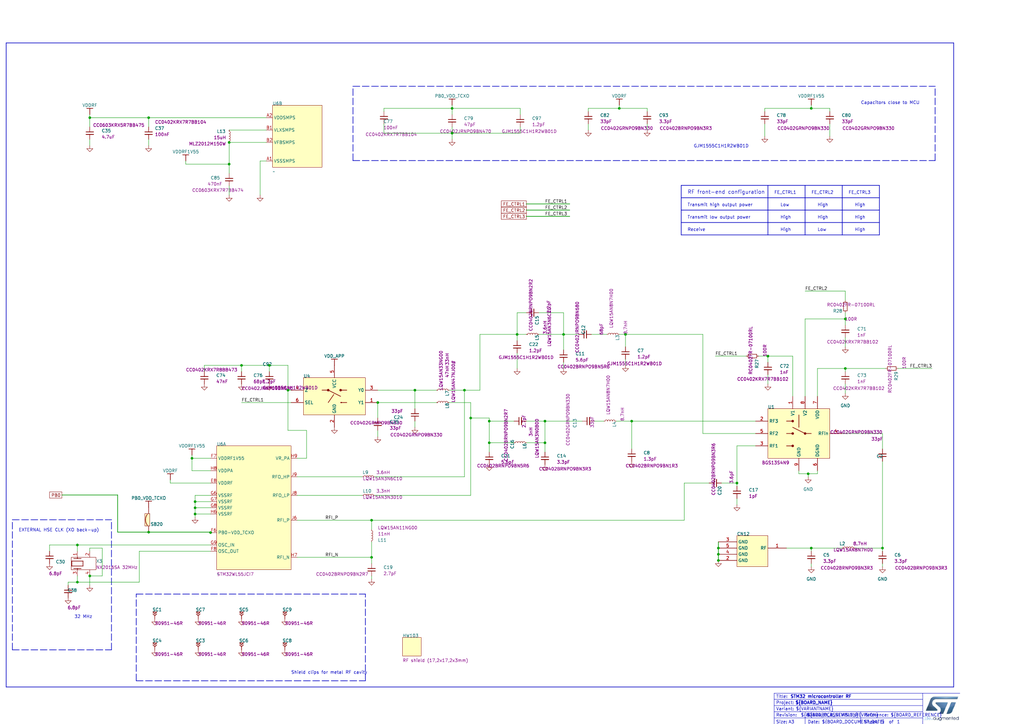
<source format=kicad_sch>
(kicad_sch (version 20211123) (generator eeschema)
  (paper "A3")
  (title_block (title "STM32 microcontroller RF") (date "Not used") (rev "Not used") (company "STMicroelectronics"))
  (lib_symbols
    (symbol "Device:C_Small" (pin_numbers hide) (pin_names (offset 0.254) hide)
      (property "Reference" "C" (at 0.254 1.778 0))
      (property "Value" "C_Small" (at 0.254 -2.032 0))
      (symbol "C_Small_1_1"
        (pin passive line (at 0 2.54 270) (length 2.032) (name "~") (number "1"))
        (pin passive line (at 0 -2.54 90) (length 2.032) (name "~") (number "2"))
      )
    )
    (symbol "Device:L_Small" (pin_numbers hide) (pin_names (offset 0.254) hide)
      (property "Reference" "L" (at 0.762 1.016 0))
      (property "Value" "L_Small" (at 0.762 -1.016 0))
      (symbol "L_Small_1_1"
        (pin passive line (at 0 2.54 270) (length 0.508) (name "~") (number "1"))
        (pin passive line (at 0 -2.54 90) (length 0.508) (name "~") (number "2"))
      )
    )
    (symbol "Device:R_Small" (pin_numbers hide) (pin_names (offset 0.254) hide)
      (property "Reference" "R" (at 0.762 0.508 0))
      (property "Value" "R_Small" (at 0.762 -1.016 0))
      (symbol "R_Small_1_1"
        (pin passive line (at 0 2.54 270) (length 0.762) (name "~") (number "1"))
        (pin passive line (at 0 -2.54 90) (length 0.762) (name "~") (number "2"))
      )
    )
    (symbol "STM32_microcontroller_RF-altium-import:0_BGS13S4N9"
      (property "Value" "0_BGS13S4N9" (at 0 0 0))
      (symbol "0_BGS13S4N9_1_0"
        (pin passive line (at 10.16 5.08 270) (length 5.08) (name "V1") (number "1"))
        (pin passive line (at -5.08 -5.08 0) (length 5.08) (name "RF3") (number "2"))
        (pin passive line (at -5.08 -15.24 0) (length 5.08) (name "RF1") (number "3"))
        (pin passive line (at 30.48 -10.16 180) (length 5.08) (name "RFin") (number "4"))
        (pin passive line (at -5.08 -10.16 0) (length 5.08) (name "RF2") (number "5"))
        (pin passive line (at 20.32 -25.4 90) (length 5.08) (name "DGND") (number "6"))
        (pin passive line (at 20.32 5.08 270) (length 5.08) (name "VDD") (number "7"))
        (pin passive line (at 15.24 5.08 270) (length 5.08) (name "V2") (number "8"))
        (pin passive line (at 12.7 -25.4 90) (length 5.08) (name "GND") (number "9"))
      )
    )
    (symbol "STM32_microcontroller_RF-altium-import:0_Daughter_Board"
      (property "Value" "0_Daughter_Board" (at 0 0 0))
    )
    (symbol "STM32_microcontroller_RF-altium-import:0_NX3L1T3157GM"
      (property "Value" "0_NX3L1T3157GM" (at 0 0 0))
      (symbol "0_NX3L1T3157GM_1_0"
        (pin passive line (at 30.48 2.54 180) (length 5.08) (name "Y1") (number "1"))
        (pin passive line (at 12.7 -7.62 90) (length 5.08) (name "GND") (number "2"))
        (pin passive line (at 30.48 7.62 180) (length 5.08) (name "Y0") (number "3"))
        (pin passive line (at -5.08 7.62 0) (length 5.08) (name "Z") (number "4"))
        (pin passive line (at 12.7 17.78 270) (length 5.08) (name "VCC") (number "5"))
        (pin passive line (at -5.08 2.54 0) (length 5.08) (name "SEL") (number "6"))
      )
    )
    (symbol "STM32_microcontroller_RF-altium-import:0_STM32WL5x_BGA73"
      (property "Value" "0_STM32WL5x_BGA73" (at 0 0 0))
      (symbol "0_STM32WL5x_BGA73_1_0"
        (pin passive line (at -2.54 -15.24 0) (length 2.54) (name "VDDRF") (number "E8"))
        (pin passive line (at -2.54 -35.56 0) (length 2.54) (name "PB0-VDD_TCXO") (number "F6"))
        (pin passive line (at -2.54 -5.08 0) (length 2.54) (name "VDDRF1V55") (number "F7"))
        (pin passive line (at -2.54 -43.18 0) (length 2.54) (name "OSC_OUT") (number "F8"))
        (pin passive line (at -2.54 -20.32 0) (length 2.54) (name "VSSRF") (number "G6"))
        (pin passive line (at -2.54 -22.86 0) (length 2.54) (name "VSSRF") (number "G7"))
        (pin passive line (at -2.54 -25.4 0) (length 2.54) (name "VSSRF") (number "G8"))
        (pin passive line (at -2.54 -40.64 0) (length 2.54) (name "OSC_IN") (number "G9"))
        (pin passive line (at -2.54 -27.94 0) (length 2.54) (name "VSSRF") (number "H6"))
        (pin passive line (at 33.02 -45.72 180) (length 2.54) (name "RFI_N") (number "H7"))
        (pin passive line (at -2.54 -10.16 0) (length 2.54) (name "VDDPA") (number "H8"))
        (pin passive line (at 33.02 -5.08 180) (length 2.54) (name "VR_PA") (number "H9"))
        (pin passive line (at 33.02 -30.48 180) (length 2.54) (name "RFI_P") (number "J6"))
        (pin passive line (at 33.02 -20.32 180) (length 2.54) (name "RFO_LP") (number "J8"))
        (pin passive line (at 33.02 -12.7 180) (length 2.54) (name "RFO_HP") (number "J9"))
      )
      (symbol "0_STM32WL5x_BGA73_2_0"
        (pin passive line (at -2.54 -22.86 0) (length 2.54) (name "VSSSMPS") (number "A1"))
        (pin passive line (at -2.54 -5.08 0) (length 2.54) (name "VDDSMPS") (number "A2"))
        (pin passive line (at -2.54 -10.16 0) (length 2.54) (name "VLXSMPS") (number "B1"))
        (pin passive line (at -2.54 -15.24 0) (length 2.54) (name "VFBSMPS") (number "B2"))
      )
      (symbol "0_STM32WL5x_BGA73_3_0"
        (pin passive line (at -2.54 -5.08 0) (length 2.54) (name "PC14-OSC32_IN") (number "B6"))
        (pin passive line (at -2.54 -15.24 0) (length 2.54) (name "PC15-OSC32_OUT") (number "C5"))
        (pin passive line (at 43.18 -15.24 180) (length 2.54) (name "NRST") (number "F5"))
        (pin passive line (at 43.18 -5.08 180) (length 2.54) (name "PH3-BOOT0") (number "J5"))
      )
      (symbol "0_STM32WL5x_BGA73_4_0"
        (pin passive line (at -2.54 -22.86 0) (length 2.54) (name "VDDA") (number "A5"))
        (pin passive line (at -2.54 -5.08 0) (length 2.54) (name "VDD") (number "A7"))
        (pin passive line (at -2.54 -17.78 0) (length 2.54) (name "VBAT") (number "A8"))
        (pin passive line (at -2.54 -27.94 0) (length 2.54) (name "VREF+") (number "B5"))
        (pin passive line (at 38.1 -5.08 180) (length 2.54) (name "VSS") (number "B7"))
        (pin passive line (at 38.1 -7.62 180) (length 2.54) (name "VSS") (number "D9"))
        (pin passive line (at -2.54 -7.62 0) (length 2.54) (name "VDD") (number "E2"))
        (pin passive line (at 38.1 -10.16 180) (length 2.54) (name "VSS") (number "E3"))
        (pin passive line (at -2.54 -10.16 0) (length 2.54) (name "VDD") (number "E9"))
        (pin passive line (at 38.1 -12.7 180) (length 2.54) (name "VSS") (number "G5"))
        (pin passive line (at -2.54 -12.7 0) (length 2.54) (name "VDD") (number "H5"))
      )
      (symbol "0_STM32WL5x_BGA73_5_0"
        (pin passive line (at -2.54 -40.64 0) (length 2.54) (name "PA14") (number "A4"))
        (pin passive line (at -2.54 -35.56 0) (length 2.54) (name "PA12") (number "A9"))
        (pin passive line (at -2.54 -43.18 0) (length 2.54) (name "PA15") (number "B3"))
        (pin passive line (at 43.18 -43.18 180) (length 2.54) (name "PB15") (number "B4"))
        (pin passive line (at -2.54 -38.1 0) (length 2.54) (name "PA13") (number "B8"))
        (pin passive line (at -2.54 -33.02 0) (length 2.54) (name "PA11") (number "B9"))
        (pin passive line (at 43.18 -12.7 180) (length 2.54) (name "PB3") (number "C1"))
        (pin passive line (at 43.18 -15.24 180) (length 2.54) (name "PB4") (number "C2"))
        (pin passive line (at 43.18 -22.86 180) (length 2.54) (name "PB7") (number "C3"))
        (pin passive line (at 43.18 -27.94 180) (length 2.54) (name "PB9") (number "C4"))
        (pin passive line (at 43.18 -40.64 180) (length 2.54) (name "PB14") (number "C6"))
        (pin passive line (at -2.54 -71.12 0) (length 2.54) (name "PC13") (number "C7"))
        (pin passive line (at -2.54 -30.48 0) (length 2.54) (name "PA10") (number "C8"))
        (pin passive line (at 43.18 -17.78 180) (length 2.54) (name "PB5") (number "D2"))
        (pin passive line (at 43.18 -25.4 180) (length 2.54) (name "PB8") (number "D3"))
        (pin passive line (at -2.54 -55.88 0) (length 2.54) (name "PC2") (number "D4"))
        (pin passive line (at -2.54 -58.42 0) (length 2.54) (name "PC3") (number "D5"))
        (pin passive line (at -2.54 -5.08 0) (length 2.54) (name "PA0") (number "D6"))
        (pin passive line (at 43.18 -38.1 180) (length 2.54) (name "PB13") (number "D7"))
        (pin passive line (at 43.18 -10.16 180) (length 2.54) (name "PB2") (number "D8"))
        (pin passive line (at 43.18 -20.32 180) (length 2.54) (name "PB6") (number "E1"))
        (pin passive line (at -2.54 -63.5 0) (length 2.54) (name "PC5") (number "E4"))
        (pin passive line (at -2.54 -27.94 0) (length 2.54) (name "PA9") (number "E5"))
        (pin passive line (at 43.18 -35.56 180) (length 2.54) (name "PB12") (number "E6"))
        (pin passive line (at 43.18 -7.62 180) (length 2.54) (name "PB1") (number "E7"))
        (pin passive line (at -2.54 -53.34 0) (length 2.54) (name "PC1") (number "F1"))
        (pin passive line (at -2.54 -50.8 0) (length 2.54) (name "PC0") (number "F2"))
        (pin passive line (at -2.54 -60.96 0) (length 2.54) (name "PC4") (number "F3"))
        (pin passive line (at -2.54 -20.32 0) (length 2.54) (name "PA6") (number "F4"))
        (pin passive line (at -2.54 -66.04 0) (length 2.54) (name "PC6") (number "G2"))
        (pin passive line (at -2.54 -7.62 0) (length 2.54) (name "PA1") (number "G3"))
        (pin passive line (at 43.18 -33.02 180) (length 2.54) (name "PB11") (number "G4"))
        (pin passive line (at -2.54 -12.7 0) (length 2.54) (name "PA3") (number "H1"))
        (pin passive line (at -2.54 -10.16 0) (length 2.54) (name "PA2") (number "H2"))
        (pin passive line (at -2.54 -22.86 0) (length 2.54) (name "PA7") (number "H3"))
        (pin passive line (at 43.18 -30.48 180) (length 2.54) (name "PB10") (number "H4"))
        (pin passive line (at -2.54 -15.24 0) (length 2.54) (name "PA4") (number "J1"))
        (pin passive line (at -2.54 -17.78 0) (length 2.54) (name "PA5") (number "J2"))
        (pin passive line (at -2.54 -25.4 0) (length 2.54) (name "PA8") (number "J3"))
      )
    )
    (symbol "STM32_microcontroller_RF-altium-import:0_XTAL_4_PINS"
      (property "Value" "0_XTAL_4_PINS" (at 0 0 0))
      (symbol "0_XTAL_4_PINS_1_0"
        (pin passive line (at -2.54 5.08 270) (length 2.54) (name "1") (number "1"))
        (pin passive line (at 2.54 5.08 270) (length 2.54) (name "2") (number "2"))
        (pin passive line (at -2.54 -5.08 90) (length 2.54) (name "3") (number "3"))
        (pin passive line (at 2.54 -5.08 90) (length 2.54) (name "4") (number "4"))
      )
    )
    (symbol "STM32_microcontroller_RF-altium-import:1_SB_ON"
      (property "Value" "1_SB_ON" (at 0 0 0))
      (symbol "1_SB_ON_1_0"
        (pin passive line (at 2.54 -2.54 90) (length 2.54) (name "1") (number "1"))
        (pin passive line (at 2.54 7.62 270) (length 2.54) (name "2") (number "2"))
      )
    )
    (symbol "STM32_microcontroller_RF-altium-import:2_SMA-J-P-H-ST-EM1"
      (property "Value" "2_SMA-J-P-H-ST-EM1" (at 0 0 0))
      (symbol "2_SMA-J-P-H-ST-EM1_1_0"
        (pin passive line (at 7.62 7.62 180) (length 7.62) (name "RF") (number "1"))
        (pin passive line (at -20.32 2.54 0) (length 7.62) (name "GND") (number "2"))
        (pin passive line (at -20.32 10.16 0) (length 7.62) (name "GND") (number "3"))
        (pin passive line (at -20.32 5.08 0) (length 7.62) (name "GND") (number "4"))
        (pin passive line (at -20.32 7.62 0) (length 7.62) (name "GND") (number "5"))
      )
    )
    (symbol "STM32_microcontroller_RF-altium-import:PB0_VDD_TCXO" (power)
      (property "Reference" "#PWR" (at 0 0 0))
      (property "Value" "PB0_VDD_TCXO" (at 0 3.81 0))
      (symbol "PB0_VDD_TCXO_0_0"
        (pin power_in line (at 0 0 0) (length 0) hide (name "PB0_VDD_TCXO") (number ""))
      )
    )
    (symbol "STM32_microcontroller_RF-altium-import:VDDRF" (power)
      (property "Reference" "#PWR" (at 0 0 0))
      (property "Value" "VDDRF" (at 0 3.81 0))
      (symbol "VDDRF_0_0"
        (pin power_in line (at 0 0 0) (length 0) hide (name "VDDRF") (number ""))
      )
    )
    (symbol "STM32_microcontroller_RF-altium-import:VDDRF1V55" (power)
      (property "Reference" "#PWR" (at 0 0 0))
      (property "Value" "VDDRF1V55" (at 0 3.81 0))
      (symbol "VDDRF1V55_0_0"
        (pin power_in line (at 0 0 0) (length 0) hide (name "VDDRF1V55") (number ""))
      )
    )
    (symbol "STM32_microcontroller_RF-altium-import:VDD_APP" (power)
      (property "Reference" "#PWR" (at 0 0 0))
      (property "Value" "VDD_APP" (at 0 3.81 0))
      (symbol "VDD_APP_0_0"
        (pin power_in line (at 0 0 0) (length 0) hide (name "VDD_APP") (number ""))
      )
    )
    (symbol "parts:0_Shield-clip_S0951-46R"
      (property "Reference" "SC4" (at -1.016 3.048 0))
      (property "ALTIUM_VALUE" "S0951-46R" (at 0 -2.54 0))
      (symbol "0_Shield-clip_S0951-46R_1_0"
        (pin passive line (at 0 0 90) (length 1.27) (name "1") (number "1"))
      )
    )
    (symbol "power:GND" (power) (pin_names (offset 0))
      (property "Value" "GND" (at 0 -3.81 0))
      (symbol "GND_1_1"
        (pin power_in line (at 0 0 270) (length 0) hide (name "GND") (number "1"))
      )
    )
  )
  (junction (at 185.42 44.45))
  (junction (at 152.4 228.6))
  (junction (at 80.01 208.28))
  (junction (at 302.26 198.12))
  (junction (at 361.95 224.79))
  (junction (at 314.96 146.05))
  (junction (at 93.98 58.42))
  (junction (at 110.49 149.86))
  (junction (at 93.98 67.31))
  (junction (at 118.11 160.02))
  (junction (at 231.14 137.16))
  (junction (at 36.83 236.22))
  (junction (at 80.01 205.74))
  (junction (at 254 44.45))
  (junction (at 223.52 181.61))
  (junction (at 154.94 165.1))
  (junction (at 259.08 172.72))
  (junction (at 332.74 224.79))
  (junction (at 223.52 172.72))
  (junction (at 193.04 171.45))
  (junction (at 152.4 213.36))
  (junction (at 60.96 48.26))
  (junction (at 99.06 149.86))
  (junction (at 331.47 194.31))
  (junction (at 346.71 151.13))
  (junction (at 170.18 160.02))
  (junction (at 294.64 229.87))
  (junction (at 200.66 181.61))
  (junction (at 212.09 137.16))
  (junction (at 332.74 44.45))
  (junction (at 60.96 218.2622))
  (junction (at 294.64 224.79))
  (junction (at 31.75 238.76))
  (junction (at 185.42 54.61))
  (junction (at 36.83 48.26))
  (junction (at 31.75 223.52))
  (junction (at 346.71 130.81))
  (junction (at 190.5 160.02))
  (junction (at 86.36 218.44))
  (junction (at 78.74 187.96))
  (junction (at 80.01 210.82))
  (junction (at 294.64 227.33))
  (junction (at 200.66 172.72))
  (junction (at 256.54 137.16))
  (polyline (pts (xy 149.86 279.2222) (xy 149.86 243.6622)) (stroke (width 0.254)))
  (wire (pts (xy 231.14 143.51) (xy 231.14 137.16)))
  (wire (pts (xy 157.48 54.61) (xy 185.42 54.61)))
  (wire (pts (xy 36.83 48.26) (xy 36.83 52.07)))
  (wire (pts (xy 223.52 185.42) (xy 223.52 181.61)))
  (wire (pts (xy 313.69 44.45) (xy 313.69 45.72)))
  (wire (pts (xy 80.01 210.82) (xy 80.01 212.09)))
  (wire (pts (xy 290.83 198.12) (xy 280.67 198.12)))
  (wire (pts (xy 215.9 86.1822) (xy 233.68 86.1822)) (stroke (width 0.254)))
  (wire (pts (xy 185.42 52.07) (xy 185.42 54.61)))
  (wire (pts (xy 80.01 203.2) (xy 80.01 205.74)))
  (wire (pts (xy 27.94 240.03) (xy 27.94 238.76)))
  (polyline (pts (xy 378.46 284.3022) (xy 378.46 297.0022)) (stroke (width 0) (type solid)))
  (wire (pts (xy 121.92 228.6) (xy 152.4 228.6)))
  (wire (pts (xy 256.54 147.32) (xy 256.54 149.86)))
  (polyline (pts (xy 317.5 284.3022) (xy 317.5 297.0022)) (stroke (width 0) (type solid)))
  (polyline (pts (xy 5.08 213.1822) (xy 45.72 213.1822)) (stroke (width 0.254)))
  (wire (pts (xy 78.74 193.04) (xy 86.36 193.04)))
  (wire (pts (xy 121.92 203.2) (xy 148.59 203.2)))
  (wire (pts (xy 346.71 157.48) (xy 346.71 161.29)))
  (wire (pts (xy 254 44.45) (xy 265.43 44.45)))
  (polyline (pts (xy 2.54 281.7622) (xy 2.54 17.6022)) (stroke (width 0.254) (type solid)))
  (wire (pts (xy 327.66 193.04) (xy 327.66 194.31)))
  (wire (pts (xy 361.95 177.8) (xy 361.95 184.15)))
  (polyline (pts (xy 144.78 65.8622) (xy 144.78 35.3822)) (stroke (width 0.254)))
  (wire (pts (xy 184.15 165.1) (xy 193.04 165.1)))
  (wire (pts (xy 48.26 218.2622) (xy 60.96 218.2622)) (stroke (width 0.254)))
  (wire (pts (xy 346.71 151.13) (xy 346.71 152.4)))
  (wire (pts (xy 78.74 187.96) (xy 86.36 187.96)))
  (wire (pts (xy 157.48 45.72) (xy 157.48 44.45)))
  (wire (pts (xy 231.14 137.16) (xy 237.49 137.16)))
  (wire (pts (xy 309.88 177.8) (xy 288.29 177.8)))
  (wire (pts (xy 196.85 137.16) (xy 212.09 137.16)))
  (wire (pts (xy 215.9 181.61) (xy 223.52 181.61)))
  (wire (pts (xy 241.3 44.45) (xy 254 44.45)))
  (wire (pts (xy 110.49 149.86) (xy 110.49 152.4)))
  (wire (pts (xy 154.94 176.53) (xy 154.94 179.07)))
  (wire (pts (xy 363.22 151.13) (xy 346.71 151.13)))
  (wire (pts (xy 93.98 67.31) (xy 93.98 71.12)))
  (wire (pts (xy 69.85 198.12) (xy 86.36 198.12)))
  (wire (pts (xy 93.98 53.34) (xy 109.22 53.34)))
  (wire (pts (xy 252.73 172.72) (xy 259.08 172.72)))
  (wire (pts (xy 60.96 48.26) (xy 109.22 48.26)))
  (wire (pts (xy 31.75 223.52) (xy 86.36 223.52)))
  (wire (pts (xy 332.74 44.45) (xy 313.69 44.45)))
  (wire (pts (xy 243.84 172.72) (xy 247.65 172.72)))
  (polyline (pts (xy 330.2 76.0222) (xy 330.2 96.3422)) (stroke (width 0.254) (type solid)))
  (wire (pts (xy 60.96 218.2622) (xy 86.36 218.2622)) (stroke (width 0.254)))
  (wire (pts (xy 335.28 194.31) (xy 331.47 194.31)))
  (polyline (pts (xy 279.4 76.0222) (xy 360.68 76.0222)) (stroke (width 0.254) (type solid)))
  (wire (pts (xy 215.9 83.6422) (xy 233.68 83.6422)) (stroke (width 0.254)))
  (wire (pts (xy 309.88 172.72) (xy 259.08 172.72)))
  (wire (pts (xy 31.75 226.06) (xy 31.75 223.52)))
  (wire (pts (xy 36.83 236.22) (xy 36.83 240.03)))
  (wire (pts (xy 212.09 137.16) (xy 212.09 139.7)))
  (wire (pts (xy 311.15 146.05) (xy 314.96 146.05)))
  (wire (pts (xy 330.2 119.38) (xy 346.71 119.38)))
  (wire (pts (xy 361.95 224.79) (xy 361.95 226.06)))
  (wire (pts (xy 361.95 232.41) (xy 361.95 231.14)))
  (wire (pts (xy 212.09 144.78) (xy 212.09 151.13)))
  (wire (pts (xy 200.66 172.72) (xy 200.66 171.45)))
  (wire (pts (xy 184.15 160.02) (xy 190.5 160.02)))
  (wire (pts (xy 154.94 165.1) (xy 179.07 165.1)))
  (wire (pts (xy 200.66 172.72) (xy 200.66 181.61)))
  (wire (pts (xy 346.71 133.35) (xy 346.71 130.81)))
  (wire (pts (xy 118.11 176.53) (xy 125.73 176.53)))
  (wire (pts (xy 60.96 48.26) (xy 60.96 52.07)))
  (wire (pts (xy 152.4 222.25) (xy 152.4 228.6)))
  (polyline (pts (xy 279.4 81.1022) (xy 360.68 81.1022)) (stroke (width 0.254) (type solid)))
  (wire (pts (xy 154.94 165.1) (xy 154.94 171.45)))
  (wire (pts (xy 41.91 236.22) (xy 36.83 236.22)))
  (polyline (pts (xy 45.72 266.5222) (xy 45.72 213.1822)) (stroke (width 0.254)))
  (wire (pts (xy 294.64 224.79) (xy 294.64 222.25)) (stroke (width 0.254)))
  (wire (pts (xy 157.48 44.45) (xy 185.42 44.45)))
  (wire (pts (xy 20.32 226.06) (xy 20.32 223.52)))
  (wire (pts (xy 154.94 160.02) (xy 170.18 160.02)))
  (wire (pts (xy 213.36 46.99) (xy 213.36 44.45)))
  (wire (pts (xy 193.04 165.1) (xy 193.04 171.45)))
  (wire (pts (xy 86.36 203.2) (xy 80.01 203.2)))
  (wire (pts (xy 332.74 232.41) (xy 332.74 231.14)))
  (wire (pts (xy 213.36 54.61) (xy 185.42 54.61)))
  (polyline (pts (xy 393.7 284.3022) (xy 317.5 284.3022)) (stroke (width 0) (type solid)))
  (wire (pts (xy 185.42 44.45) (xy 185.42 46.99)))
  (wire (pts (xy 294.64 227.33) (xy 294.64 224.79)) (stroke (width 0.254)))
  (wire (pts (xy 340.36 44.45) (xy 340.36 45.72)))
  (polyline (pts (xy 317.5 289.3822) (xy 378.46 289.3822)) (stroke (width 0) (type solid)))
  (wire (pts (xy 332.74 224.79) (xy 345.44 224.79)))
  (polyline (pts (xy 2.54 17.6022) (xy 391.16 17.6022)) (stroke (width 0.254) (type solid)))
  (polyline (pts (xy 5.08 266.5222) (xy 45.72 266.5222)) (stroke (width 0.254)))
  (wire (pts (xy 335.28 151.13) (xy 335.28 162.56)))
  (wire (pts (xy 118.11 149.86) (xy 110.49 149.86)))
  (wire (pts (xy 212.09 137.16) (xy 212.09 128.27)))
  (wire (pts (xy 57.15 238.76) (xy 57.15 226.06)))
  (wire (pts (xy 76.2 66.04) (xy 76.2 67.31)))
  (wire (pts (xy 302.26 204.47) (xy 302.26 207.01)))
  (wire (pts (xy 31.75 238.76) (xy 31.75 236.22)))
  (polyline (pts (xy 144.78 65.8622) (xy 383.54 65.8622)) (stroke (width 0.254)))
  (polyline (pts (xy 2.54 281.7622) (xy 391.16 281.7622)) (stroke (width 0.254) (type solid)))
  (polyline (pts (xy 378.46 286.8422) (xy 317.5 286.8422)) (stroke (width 0) (type solid)))
  (polyline (pts (xy 330.2 294.4622) (xy 330.2 297.0022)) (stroke (width 0) (type solid)))
  (wire (pts (xy 200.66 172.72) (xy 210.82 172.72)))
  (wire (pts (xy 125.73 187.96) (xy 121.92 187.96)))
  (wire (pts (xy 288.29 177.8) (xy 288.29 137.16)))
  (wire (pts (xy 322.58 224.79) (xy 332.74 224.79)))
  (wire (pts (xy 190.5 195.58) (xy 153.67 195.58)))
  (wire (pts (xy 36.83 57.15) (xy 36.83 59.69)))
  (wire (pts (xy 86.36 205.74) (xy 80.01 205.74)))
  (wire (pts (xy 293.37 146.05) (xy 306.07 146.05)))
  (wire (pts (xy 295.91 198.12) (xy 302.26 198.12)))
  (wire (pts (xy 27.94 238.76) (xy 31.75 238.76)))
  (wire (pts (xy 223.52 172.72) (xy 223.52 181.61)))
  (polyline (pts (xy 360.68 76.0222) (xy 360.68 96.3422)) (stroke (width 0.254) (type solid)))
  (wire (pts (xy 332.74 224.79) (xy 332.74 226.06)))
  (wire (pts (xy 118.11 160.02) (xy 118.11 176.53)))
  (wire (pts (xy 346.71 138.43) (xy 346.71 142.24)))
  (wire (pts (xy 157.48 50.8) (xy 157.48 54.61)))
  (wire (pts (xy 294.64 229.87) (xy 294.64 227.33)) (stroke (width 0.254)))
  (polyline (pts (xy 317.5 291.9222) (xy 378.46 291.9222)) (stroke (width 0) (type solid)))
  (wire (pts (xy 302.26 182.88) (xy 309.88 182.88)))
  (wire (pts (xy 314.96 148.59) (xy 314.96 146.05)))
  (wire (pts (xy 152.4 213.36) (xy 152.4 217.17)))
  (wire (pts (xy 241.3 45.72) (xy 241.3 44.45)))
  (wire (pts (xy 93.98 58.42) (xy 93.98 67.31)))
  (wire (pts (xy 196.85 160.02) (xy 190.5 160.02)))
  (wire (pts (xy 346.71 151.13) (xy 335.28 151.13)))
  (wire (pts (xy 213.36 44.45) (xy 185.42 44.45)))
  (wire (pts (xy 200.66 181.61) (xy 210.82 181.61)))
  (wire (pts (xy 241.3 50.8) (xy 241.3 53.34)))
  (wire (pts (xy 193.04 203.2) (xy 153.67 203.2)))
  (wire (pts (xy 220.98 128.27) (xy 231.14 128.27)))
  (polyline (pts (xy 314.96 76.0222) (xy 314.96 96.3422)) (stroke (width 0.254) (type solid)))
  (polyline (pts (xy 55.88 243.6622) (xy 149.86 243.6622)) (stroke (width 0.254)))
  (wire (pts (xy 350.52 224.79) (xy 361.95 224.79)))
  (wire (pts (xy 361.95 189.23) (xy 361.95 224.79)))
  (wire (pts (xy 220.98 137.16) (xy 231.14 137.16)))
  (wire (pts (xy 36.83 224.79) (xy 41.91 224.79)))
  (polyline (pts (xy 279.4 96.3422) (xy 360.68 96.3422)) (stroke (width 0.254) (type solid)))
  (wire (pts (xy 256.54 142.24) (xy 256.54 137.16)))
  (wire (pts (xy 288.29 137.16) (xy 256.54 137.16)))
  (polyline (pts (xy 55.88 279.2222) (xy 149.86 279.2222)) (stroke (width 0.254)))
  (wire (pts (xy 196.85 160.02) (xy 196.85 137.16)))
  (wire (pts (xy 332.74 43.18) (xy 332.74 44.45)))
  (wire (pts (xy 60.96 57.15) (xy 60.96 59.69)))
  (wire (pts (xy 99.06 165.1) (xy 119.38 165.1)))
  (wire (pts (xy 231.14 148.59) (xy 231.14 151.13)))
  (polyline (pts (xy 144.78 35.3822) (xy 383.54 35.3822)) (stroke (width 0.254)))
  (wire (pts (xy 80.01 205.74) (xy 80.01 208.28)))
  (wire (pts (xy 185.42 43.18) (xy 185.42 44.45)))
  (wire (pts (xy 76.2 67.31) (xy 93.98 67.31)))
  (wire (pts (xy 330.2 130.81) (xy 330.2 162.56)))
  (wire (pts (xy 86.36 208.28) (xy 80.01 208.28)))
  (wire (pts (xy 215.9 88.7222) (xy 233.68 88.7222)) (stroke (width 0.254)))
  (wire (pts (xy 78.74 186.69) (xy 78.74 187.96)))
  (wire (pts (xy 25.4 203.0222) (xy 48.26 203.0222)) (stroke (width 0.254)))
  (wire (pts (xy 41.91 224.79) (xy 41.91 236.22)))
  (wire (pts (xy 345.44 177.8) (xy 361.95 177.8)))
  (wire (pts (xy 212.09 128.27) (xy 215.9 128.27)))
  (wire (pts (xy 99.06 149.86) (xy 83.82 149.86)))
  (wire (pts (xy 106.68 80.01) (xy 106.68 66.04)))
  (wire (pts (xy 99.06 149.86) (xy 99.06 152.4)))
  (wire (pts (xy 36.83 226.06) (xy 36.83 224.79)))
  (wire (pts (xy 340.36 50.8) (xy 340.36 55.88)))
  (wire (pts (xy 314.96 153.67) (xy 314.96 157.48)))
  (polyline (pts (xy 353.06 291.9222) (xy 353.06 297.0022)) (stroke (width 0) (type solid)))
  (wire (pts (xy 170.18 160.02) (xy 179.07 160.02)))
  (wire (pts (xy 20.32 223.52) (xy 31.75 223.52)))
  (wire (pts (xy 48.26 203.0222) (xy 48.26 218.2622)) (stroke (width 0.254)))
  (polyline (pts (xy 55.88 279.2222) (xy 55.88 243.6622)) (stroke (width 0.254)))
  (wire (pts (xy 119.38 160.02) (xy 118.11 160.02)))
  (wire (pts (xy 259.08 172.72) (xy 259.08 184.15)))
  (polyline (pts (xy 391.16 281.7622) (xy 391.16 17.6022)) (stroke (width 0.254) (type solid)))
  (wire (pts (xy 170.18 160.02) (xy 170.18 167.64)))
  (wire (pts (xy 327.66 194.31) (xy 331.47 194.31)))
  (polyline (pts (xy 279.4 91.2622) (xy 360.68 91.2622)) (stroke (width 0.254) (type solid)))
  (wire (pts (xy 93.98 76.2) (xy 93.98 80.01)))
  (wire (pts (xy 190.5 160.02) (xy 190.5 195.58)))
  (wire (pts (xy 280.67 198.12) (xy 280.67 213.36)))
  (wire (pts (xy 80.01 208.28) (xy 80.01 210.82)))
  (wire (pts (xy 106.68 66.04) (xy 109.22 66.04)))
  (wire (pts (xy 78.74 187.96) (xy 78.74 193.04)))
  (wire (pts (xy 121.92 195.58) (xy 148.59 195.58)))
  (wire (pts (xy 346.71 128.27) (xy 346.71 130.81)))
  (polyline (pts (xy 317.5 294.4622) (xy 378.46 294.4622)) (stroke (width 0) (type solid)))
  (wire (pts (xy 125.73 176.53) (xy 125.73 187.96)))
  (wire (pts (xy 368.3 151.13) (xy 382.27 151.13)))
  (wire (pts (xy 31.75 238.76) (xy 57.15 238.76)))
  (polyline (pts (xy 345.44 76.0222) (xy 345.44 96.3422)) (stroke (width 0.254) (type solid)))
  (wire (pts (xy 121.92 213.36) (xy 152.4 213.36)))
  (wire (pts (xy 36.83 46.99) (xy 36.83 48.26)))
  (wire (pts (xy 215.9 137.16) (xy 212.09 137.16)))
  (polyline (pts (xy 279.4 86.1822) (xy 360.68 86.1822)) (stroke (width 0.254) (type solid)))
  (wire (pts (xy 83.82 149.86) (xy 83.82 152.4)))
  (wire (pts (xy 152.4 236.22) (xy 152.4 237.49)))
  (wire (pts (xy 170.18 172.72) (xy 170.18 175.26)))
  (wire (pts (xy 93.98 58.42) (xy 109.22 58.42)))
  (wire (pts (xy 213.36 52.07) (xy 213.36 54.61)))
  (polyline (pts (xy 5.08 266.5222) (xy 5.08 213.1822)) (stroke (width 0.254)))
  (wire (pts (xy 346.71 130.81) (xy 330.2 130.81)))
  (wire (pts (xy 265.43 50.8) (xy 265.43 53.34)))
  (wire (pts (xy 86.36 210.82) (xy 80.01 210.82)))
  (wire (pts (xy 185.42 54.61) (xy 185.42 57.15)))
  (wire (pts (xy 152.4 213.36) (xy 280.67 213.36)))
  (wire (pts (xy 314.96 146.05) (xy 325.12 146.05)))
  (wire (pts (xy 313.69 50.8) (xy 313.69 55.88)))
  (wire (pts (xy 302.26 198.12) (xy 302.26 182.88)))
  (wire (pts (xy 152.4 228.6) (xy 152.4 231.14)))
  (wire (pts (xy 265.43 44.45) (xy 265.43 45.72)))
  (wire (pts (xy 332.74 44.45) (xy 340.36 44.45)))
  (polyline (pts (xy 279.4 76.0222) (xy 279.4 96.3422)) (stroke (width 0.254) (type solid)))
  (wire (pts (xy 223.52 172.72) (xy 238.76 172.72)))
  (wire (pts (xy 193.04 171.45) (xy 200.66 171.45)))
  (wire (pts (xy 335.28 193.04) (xy 335.28 194.31)))
  (wire (pts (xy 110.49 149.86) (xy 99.06 149.86)))
  (wire (pts (xy 302.26 199.39) (xy 302.26 198.12)))
  (wire (pts (xy 325.12 146.05) (xy 325.12 162.56)))
  (wire (pts (xy 118.11 160.02) (xy 118.11 149.86)))
  (polyline (pts (xy 383.54 65.8622) (xy 383.54 35.3822)) (stroke (width 0.254)))
  (wire (pts (xy 36.83 48.26) (xy 60.96 48.26)))
  (wire (pts (xy 331.47 194.31) (xy 331.47 195.58)))
  (wire (pts (xy 256.54 137.16) (xy 254 137.16)))
  (wire (pts (xy 346.71 119.38) (xy 346.71 123.19)))
  (wire (pts (xy 231.14 128.27) (xy 231.14 137.16)))
  (wire (pts (xy 215.9 172.72) (xy 223.52 172.72)))
  (wire (pts (xy 200.66 185.42) (xy 200.66 181.61)))
  (wire (pts (xy 242.57 137.16) (xy 248.92 137.16)))
  (wire (pts (xy 57.15 226.06) (xy 86.36 226.06)))
  (wire (pts (xy 254 43.18) (xy 254 44.45)))
  (wire (pts (xy 193.04 171.45) (xy 193.04 203.2)))
  (wire (pts (xy 69.85 196.85) (xy 69.85 198.12)))
  (image (at 386.0409 290.6522) (scale 1.15384))
  (text "Reference:" (at 354.33 294.2082 180) (effects (font (size 1.27 1.27)) (justify left bottom)))
  (text "32 MHz" (at 30.48 253.8222 180) (effects (font (size 1.27 1.27)) (justify left bottom)))
  (text "Low" (at 335.28 95.0722 180) (effects (font (size 1.27 1.27)) (justify left bottom)))
  (text "Revision:" (at 318.262 294.2082 180) (effects (font (size 1.27 1.27)) (justify left bottom)))
  (text "${##}" (at 367.792 297.0022 180) (effects (font (size 1.27 1.27)) (justify left bottom)))
  (text "Sheet:" (at 354.33 297.0022 180) (effects (font (size 1.27 1.27)) (justify left bottom)))
  (text "High" (at 350.52 89.9922 180) (effects (font (size 1.27 1.27)) (justify left bottom)))
  (text "FE_CTRL2" (at 332.74 79.8322 180) (effects (font (size 1.27 1.27)) (justify left bottom)))
  (text "High" (at 320.04 89.9922 180) (effects (font (size 1.27 1.27)) (justify left bottom)))
  (text "${VARIANTNAME}" (at 326.39 291.6682 180) (effects (font (size 1.27 1.27)) (justify left bottom)))
  (text "A3" (at 323.342 297.0022 180) (effects (font (size 1.27 1.27)) (justify left bottom)))
  (text "${BOARD_REFERENCE}" (at 365.252 294.2082 180) (effects (font (size 1.27 1.27)) (justify left bottom)))
  (text "Date:" (at 331.216 297.0022 180) (effects (font (size 1.27 1.27)) (justify left bottom)))
  (text "EXTERNAL HSE CLK (XO back-up)" (at 7.62 218.2622 180) (effects (font (size 1.27 1.27)) (justify left bottom)))
  (text "High" (at 335.28 84.9122 180) (effects (font (size 1.27 1.27)) (justify left bottom)))
  (text "High" (at 350.52 84.9122 180) (effects (font (size 1.27 1.27)) (justify left bottom)))
  (text "-" (at 330.2 294.2082 180) (effects (font (size 1.27 1.27)) (justify left bottom)))
  (text "${BOARD_NAME}" (at 326.136 289.1282 180) (effects (font (size 1.27 1.27) bold) (justify left bottom)))
  (text "Title:" (at 318.262 286.5882 180) (effects (font (size 1.27 1.27)) (justify left bottom)))
  (text "Capacitors close to MCU" (at 353.06 43.0022 0) (effects (font (size 1.27 1.27)) (justify left bottom)))
  (text "Receive" (at 281.94 95.0722 180) (effects (font (size 1.27 1.27)) (justify left bottom)))
  (text "RF front-end configuration" (at 281.94 79.8322 180) (effects (font (size 1.524 1.524)) (justify left bottom)))
  (text "${#}" (at 361.188 297.0022 180) (effects (font (size 1.27 1.27)) (justify left bottom)))
  (text "Transmit high output power" (at 281.94 84.9122 180) (effects (font (size 1.27 1.27)) (justify left bottom)))
  (text "of" (at 364.49 297.0022 180) (effects (font (size 1.27 1.27)) (justify left bottom)))
  (text "${BOARD_DOCUMENT_DATE}" (at 337.058 297.0022 180) (effects (font (size 1.27 1.27)) (justify left bottom)))
  (text "Transmit low output power" (at 281.94 89.9922 180) (effects (font (size 1.27 1.27)) (justify left bottom)))
  (text "High" (at 350.52 95.0722 180) (effects (font (size 1.27 1.27)) (justify left bottom)))
  (text "Variant:" (at 318.262 291.6682 180) (effects (font (size 1.27 1.27)) (justify left bottom)))
  (text "${BOARD_ASSEMBLY_REVISION}" (at 330.962 294.2082 180) (effects (font (size 1.27 1.27)) (justify left bottom)))
  (text "FE_CTRL1" (at 317.5 79.8322 180) (effects (font (size 1.27 1.27)) (justify left bottom)))
  (text "Size:" (at 318.262 297.0022 180) (effects (font (size 1.27 1.27)) (justify left bottom)))
  (text "High" (at 335.28 89.9922 180) (effects (font (size 1.27 1.27)) (justify left bottom)))
  (text "${BOARD_PCB_REVISION}" (at 328.422 294.2082 180) (effects (font (size 1.27 1.27)) (justify left bottom)))
  (text "Shield clips for metal RF cavity" (at 119.38 276.6822 180) (effects (font (size 1.27 1.27)) (justify left bottom)))
  (text "High" (at 320.04 95.0722 180) (effects (font (size 1.27 1.27)) (justify left bottom)))
  (text "Low" (at 320.04 84.9122 180) (effects (font (size 1.27 1.27)) (justify left bottom)))
  (text "FE_CTRL3" (at 347.98 79.8322 180) (effects (font (size 1.27 1.27)) (justify left bottom)))
  (text "GJM1555C1H1R2WB01D" (at 284.48 60.7822 0) (effects (font (size 1.27 1.27)) (justify left bottom)))
  (text "${TITLE}" (at 324.104 286.5882 180) (effects (font (size 1.27 1.27) bold) (justify left bottom)))
  (text "Project:" (at 318.262 289.1282 180) (effects (font (size 1.27 1.27)) (justify left bottom)))
  (label "FE_CTRL1" (at 223.52 83.6422 0))
  (label "FE_CTRL3" (at 382.27 151.13 180))
  (label "RFI_N" (at 133.35 228.6 0))
  (label "FE_CTRL1" (at 293.37 146.05 0))
  (label "FE_CTRL2" (at 223.52 86.1822 0))
  (label "FE_CTRL3" (at 223.52 88.7222 0))
  (label "FE_CTRL2" (at 330.2 119.38 0))
  (label "FE_CTRL1" (at 99.06 165.1 0))
  (label "RFI_P" (at 133.35 213.36 0))
  (global_label "FE_CTRL3" (shape passive) (at 215.9 88.7222 180) (property "Intersheet References" "${INTERSHEET_REFS}" (effects hide)))
  (global_label "FE_CTRL1" (shape passive) (at 215.9 83.6422 180) (property "Intersheet References" "${INTERSHEET_REFS}" (effects hide)))
  (global_label "PB0" (shape passive) (at 25.4 203.0222 180) (property "Intersheet References" "${INTERSHEET_REFS}" (effects hide)))
  (global_label "FE_CTRL2" (shape passive) (at 215.9 86.1822 180) (property "Intersheet References" "${INTERSHEET_REFS}" (effects hide)))
  (symbol (lib_id "Device:R_Small") (at 346.71 125.73 0) (unit 1)
    (property "Reference" "R28" (at 341.63 128.27 0) (effects (justify left bottom)))
    (property "Footprint" "R0402" (effects hide))
    (property "INTERNAL_PART_NUMBER" "MCD-00119" (effects hide))
    (property "ALTIUM_VALUE" "100R" (at 346.456 131.572 0) (effects (justify left bottom)))
    (property "STATUS" "Released" (effects hide))
    (property "PART_TYPE" "Resistor" (effects hide))
    (property "MANUFACTURER_PART_NUMBER" "RC0402FR-07100RL" (at 339.09 125.73 0) (effects (justify left bottom)))
    (property "MANUFACTURER" "YAGEO" (effects hide))
    (property "PACKAGE" "R0402" (effects hide))
    (property "COMPONENTLINK1DESCRIPTION" "Datasheet" (effects hide))
    (property "COMPONENTLINK1URL" "http://tunmcdsvn.tun.st.com/Component_Datasheet_Library/Trunk/Resistors/Yageo_Resistor_RC0402-series" (effects hide))
    (property "PROVIDED_BY" "SUBCO" (effects hide))
    (property "ECCN_US" "EAR99" (effects hide))
    (property "ECCN_EU" "NEC" (effects hide))
  )
  (symbol (lib_id "Device:C_Small") (at 361.95 186.69 180) (unit 1)
    (property "Reference" "C2" (at 362.204 186.436 0) (effects (justify left bottom)))
    (property "Footprint" "C0402" (effects hide))
    (property "INTERNAL_PART_NUMBER" "MCD-01784" (effects hide))
    (property "ALTIUM_VALUE" "33pF" (at 362.204 179.324 0) (effects (justify left bottom)))
    (property "STATUS" "Checked" (effects hide))
    (property "PART_TYPE" "Capacitor" (effects hide))
    (property "MANUFACTURER_PART_NUMBER" "CC0402GRNPO9BN330" (at 361.95 176.53 0) (effects (justify left bottom)))
    (property "MANUFACTURER" "YAGEO" (effects hide))
    (property "PACKAGE" "C0402" (effects hide))
    (property "COMPONENTLINK1DESCRIPTION" "Datasheet" (effects hide))
    (property "COMPONENTLINK1URL" "http://tunmcdsvn.tun.st.com/Component_Datasheet_Library/Trunk/Capacitors/Yageo_Capacitor_NP0_16V-to-50V" (effects hide))
    (property "ECCN_US" "n/a" (effects hide))
    (property "ECCN_EU" "n/a" (effects hide))
    (property "PROVIDED_BY" "SUBCO" (effects hide))
  )
  (symbol (lib_id "Device:C_Small") (at 213.36 172.72 90) (unit 1)
    (property "Reference" "C16" (at 210.82 184.15 0) (effects (justify left bottom)))
    (property "Footprint" "C0402" (effects hide))
    (property "INTERNAL_PART_NUMBER" "MCD-01774" (effects hide))
    (property "ALTIUM_VALUE" "2.7pF" (at 215.646 175.514 0) (effects (justify left bottom)))
    (property "STATUS" "Checked" (effects hide))
    (property "PART_TYPE" "Capacitor" (effects hide))
    (property "MANUFACTURER_PART_NUMBER" "CC0402BRNPO9BN2R7" (at 208.28 189.23 0) (effects (justify left bottom)))
    (property "MANUFACTURER" "YAGEO" (effects hide))
    (property "PACKAGE" "C0402" (effects hide))
    (property "COMPONENTLINK1DESCRIPTION" "Datasheet" (effects hide))
    (property "COMPONENTLINK1URL" "http://tunmcdsvn.tun.st.com/Component_Datasheet_Library/Trunk/Capacitors/Yageo_Capacitor_NP0_16V-to-50V" (effects hide))
    (property "ECCN_US" "n/a" (effects hide))
    (property "ECCN_EU" "n/a" (effects hide))
    (property "PROVIDED_BY" "SUBCO" (effects hide))
  )
  (symbol (lib_id "STM32_microcontroller_RF-altium-import:VDDRF") (at 69.85 196.85 180) (unit 1)
    (property "Reference" "#PWR?" (effects hide))
    (property "Value" "VDDRF" (at 69.85 193.04 0))
  )
  (symbol (lib_id "Device:L_Small") (at 347.98 224.79 90) (unit 1)
    (property "Reference" "L2" (at 346.71 222.25 90) (effects (justify left bottom)))
    (property "Footprint" "IND_0402_MURATA_LQW15AN_H0P5" (effects hide))
    (property "INTERNAL_PART_NUMBER" "MCD-01768" (effects hide))
    (property "ALTIUM_VALUE" "8.7nH" (at 355.6 222.25 90) (effects (justify left bottom)))
    (property "STATUS" "Checked" (effects hide))
    (property "PART_TYPE" "Inductor" (effects hide))
    (property "MANUFACTURER_PART_NUMBER" "LQW15AN8N7H00" (at 358.14 224.79 90) (effects (justify left bottom)))
    (property "MANUFACTURER" "MURATA" (effects hide))
    (property "PACKAGE" "L0402" (effects hide))
    (property "COMPONENTLINK1DESCRIPTION" "Datasheet" (effects hide))
    (property "COMPONENTLINK1URL" "http://tunmcdsvn.tun.st.com/Component_Datasheet_Library/Trunk/Inductors/Murata_inductor_LQW15ANseries" (effects hide))
    (property "ECCN_US" "n/a" (effects hide))
    (property "ECCN_EU" "n/a" (effects hide))
    (property "PROVIDED_BY" "SUBCO" (effects hide))
  )
  (symbol (lib_id "Device:C_Small") (at 83.82 154.94 0) (unit 1)
    (property "Reference" "C74" (at 88.646 154.686 0) (effects (justify left bottom)))
    (property "Footprint" "C0402" (effects hide))
    (property "INTERNAL_PART_NUMBER" "MCD-01605" (effects hide))
    (property "ALTIUM_VALUE" "47nF" (at 88.646 157.226 0) (effects (justify left bottom)))
    (property "STATUS" "Footprint available" (effects hide))
    (property "PART_TYPE" "Capacitor" (effects hide))
    (property "MANUFACTURER_PART_NUMBER" "CC0402KRX7R8BB473" (at 76.2 152.4 0) (effects (justify left bottom)))
    (property "MANUFACTURER" "YAGEO" (effects hide))
    (property "PACKAGE" "C0402" (effects hide))
    (property "COMPONENTLINK1DESCRIPTION" "Datasheet" (effects hide))
    (property "COMPONENTLINK1URL" "http://tunmcdsvn.tun.st.com/Component_Datasheet_Library/Trunk/Capacitors/Yageo_Multilayer_Capacitor_X7R_series_100pF_to_22uF" (effects hide))
    (property "PROVIDED_BY" "SUBCO" (effects hide))
    (property "ECCN_US" "N/A" (effects hide))
    (property "ECCN_EU" "N/A" (effects hide))
  )
  (symbol (lib_id "power:GND") (at 331.47 195.58 0) (unit 1)
    (property "Reference" "#PWR0140" (effects hide))
    (property "Value" "GND" (at 331.47 200.66 0))
  )
  (symbol (lib_id "parts:0_Shield-clip_S0951-46R") (at 116.84 266.5222 0) (unit 1)
    (property "Reference" "SC8" (at 115.824 263.4742 0) (effects (justify left bottom)))
    (property "Value" "Shield-clip_S0981-46R" (effects hide))
    (property "Footprint" "parts:CLIP_HARWIN_S0951-46R_90" (effects hide))
    (property "INTERNAL_PART_NUMBER" "MCD-01587" (effects hide))
    (property "ALTIUM_VALUE" "S0951-46R" (at 116.84 269.0622 0) (effects (justify left bottom)))
    (property "STATUS" "Footprint available" (effects hide))
    (property "PART_TYPE" "Connector" (effects hide))
    (property "MANUFACTURER_PART_NUMBER" "S0951-46R" (effects hide))
    (property "MANUFACTURER" "HARWIN" (effects hide))
    (property "ALTERNATE_MANUFACTURER_PART_NUMBER" "N/A" (effects hide))
    (property "ALTERNATE_MANUFACTURER" "N/A" (effects hide))
    (property "COMPONENTLINK1DESCRIPTION" "Datasheet" (effects hide))
    (property "COMPONENTLINK1URL" "http://tunmcdsvn.tun.st.com/Component_Datasheet_Library/Trunk/Connectors/Harwin_Shield-clip_S0951-46R" (effects hide))
    (property "ORDER_CODE_DIGIKEY" "952-2518-1-ND" (effects hide))
    (property "ORDER_CODE_FARNELL" "2361678" (effects hide))
    (property "ORDER_CODE_RS" "161-3702" (effects hide))
    (property "PROVIDED_BY" "SUBCO" (effects hide))
    (property "PCB_FOOTPRINT_REF1" "CLIP_HARWIN_S0981-46R" (effects hide))
    (property "PACKAGE" "na" (effects hide))
    (property "ECCN_US" "tbd" (effects hide))
    (property "ECCN_EU" "tbd" (effects hide))
  )
  (symbol (lib_id "Device:C_Small") (at 314.96 151.13 0) (unit 1)
    (property "Reference" "C72" (at 319.786 150.876 0) (effects (justify left bottom)))
    (property "Footprint" "C0402" (effects hide))
    (property "INTERNAL_PART_NUMBER" "MCD-00198" (effects hide))
    (property "ALTIUM_VALUE" "1nF" (at 319.786 153.416 0) (effects (justify left bottom)))
    (property "STATUS" "Released" (effects hide))
    (property "PART_TYPE" "Capacitor" (effects hide))
    (property "MANUFACTURER_PART_NUMBER" "CC0402KRX7R7BB102" (at 302.26 156.21 0) (effects (justify left bottom)))
    (property "MANUFACTURER" "YAGEO" (effects hide))
    (property "PACKAGE" "C0402" (effects hide))
    (property "COMPONENTLINK1DESCRIPTION" "Datasheet" (effects hide))
    (property "COMPONENTLINK1URL" "http://tunmcdsvn.tun.st.com/Component_Datasheet_Library/Trunk/Capacitors/Yageo_Multilayer_Capacitor_X7R_series_100pF_to_22uF" (effects hide))
    (property "PROVIDED_BY" "SUBCO" (effects hide))
    (property "ECCN_US" "EAR99" (effects hide))
    (property "ECCN_EU" "NEC" (effects hide))
  )
  (symbol (lib_id "power:GND") (at 340.36 55.88 0) (unit 1)
    (property "Reference" "#PWR?" (effects hide))
    (property "Value" "GND" (effects hide))
  )
  (symbol (lib_id "power:GND") (at 152.4 237.49 0) (unit 1)
    (property "Reference" "#PWR?" (effects hide))
    (property "Value" "GND" (effects hide))
  )
  (symbol (lib_id "Device:C_Small") (at 60.96 54.61 0) (unit 1)
    (property "Reference" "C37" (at 63.5 53.34 0) (effects (justify left bottom)))
    (property "Footprint" "C0402" (effects hide))
    (property "INTERNAL_PART_NUMBER" "MCD-00102" (effects hide))
    (property "ALTIUM_VALUE" "100nF" (at 63.5 55.88 0) (effects (justify left bottom)))
    (property "STATUS" "Released" (effects hide))
    (property "MANUFACTURER_PART_NUMBER" "CC0402KRX7R7BB104" (at 63.5 50.8 0) (effects (justify left bottom)))
    (property "MANUFACTURER" "YAGEO" (effects hide))
    (property "PACKAGE" "C0402" (effects hide))
    (property "COMPONENTLINK1DESCRIPTION" "Datasheet" (effects hide))
    (property "PROVIDED_BY" "SUBCO" (effects hide))
    (property "PART_TYPE" "Capacitor" (effects hide))
    (property "COMPONENTLINK1URL" "http://tunmcdsvn.tun.st.com/Component_Datasheet_Library/Trunk/Capacitors/Yageo_Multilayer_Capacitor_X7R_series_100pF_to_22uF" (effects hide))
    (property "ALTERNATE_MANUFACTURER_PART_NUMBER" "GCM155R71C104KA55D" (effects hide))
    (property "ALTERNATE_MANUFACTURER" "MURATA" (effects hide))
    (property "ECCN_US" "EAR99" (effects hide))
    (property "ECCN_EU" "NEC" (effects hide))
  )
  (symbol (lib_id "Device:C_Small") (at 265.43 48.26 0) (unit 1)
    (property "Reference" "C93" (at 270.256 48.006 0) (effects (justify left bottom)))
    (property "Value" "Capacitor" (effects hide))
    (property "Footprint" "C0402" (effects hide))
    (property "INTERNAL_PART_NUMBER" "MCD-01775" (effects hide))
    (property "ALTIUM_VALUE" "3.3pF" (at 270.256 50.546 0) (effects (justify left bottom)))
    (property "STATUS" "Released" (effects hide))
    (property "PART_PREFERENCE" "Recommended" (effects hide))
    (property "PART_TYPE" "Capacitor" (effects hide))
    (property "MANUFACTURER" "YAGEO" (effects hide))
    (property "MANUFACTURER_PART_NUMBER" "CC0402BRNPO9BN3R3" (at 270.51 53.34 0) (effects (justify left bottom)))
    (property "PACKAGE" "C0402" (effects hide))
    (property "COMPONENTLINK1DESCRIPTION" "Datasheet" (effects hide))
    (property "COMPONENTLINK1URL" "http://tunmcdsvn.tun.st.com/Component_Datasheet_Library/Trunk/Capacitors/Yageo_Capacitor_NP0_16V-to-50V" (effects hide))
    (property "ORDER_CODE_DIGIKEY" "311-1621-1-ND" (effects hide))
    (property "ORDER_CODE_FARNELL" "N/A" (effects hide))
    (property "ORDER_CODE_RS" "N/A" (effects hide))
  )
  (symbol (lib_id "Device:C_Small") (at 313.69 48.26 0) (unit 1)
    (property "Reference" "C78" (at 318.516 48.006 0) (effects (justify left bottom)))
    (property "Footprint" "C0402" (effects hide))
    (property "INTERNAL_PART_NUMBER" "MCD-01784" (effects hide))
    (property "ALTIUM_VALUE" "33pF" (at 318.516 50.546 0) (effects (justify left bottom)))
    (property "STATUS" "Checked" (effects hide))
    (property "PART_TYPE" "Capacitor" (effects hide))
    (property "MANUFACTURER_PART_NUMBER" "CC0402GRNPO9BN330" (at 318.77 53.34 0) (effects (justify left bottom)))
    (property "MANUFACTURER" "YAGEO" (effects hide))
    (property "PACKAGE" "C0402" (effects hide))
    (property "COMPONENTLINK1DESCRIPTION" "Datasheet" (effects hide))
    (property "COMPONENTLINK1URL" "http://tunmcdsvn.tun.st.com/Component_Datasheet_Library/Trunk/Capacitors/Yageo_Capacitor_NP0_16V-to-50V" (effects hide))
    (property "ECCN_US" "n/a" (effects hide))
    (property "ECCN_EU" "n/a" (effects hide))
    (property "PROVIDED_BY" "SUBCO" (effects hide))
  )
  (symbol (lib_id "Device:C_Small") (at 231.14 146.05 0) (unit 1)
    (property "Reference" "C11" (at 235.966 145.796 0) (effects (justify left bottom)))
    (property "Value" "Capacitor" (effects hide))
    (property "Footprint" "C0402" (effects hide))
    (property "INTERNAL_PART_NUMBER" "MCD-01374" (effects hide))
    (property "ALTIUM_VALUE" "5.6pF" (at 235.966 148.336 0) (effects (justify left bottom)))
    (property "STATUS" "Released" (effects hide))
    (property "PART_PREFERENCE" "Recommended" (effects hide))
    (property "PART_TYPE" "Capacitor" (effects hide))
    (property "MANUFACTURER" "YAGEO" (effects hide))
    (property "MANUFACTURER_PART_NUMBER" "CC0402BRNPO9BN5R6" (at 228.6 151.13 0) (effects (justify left bottom)))
    (property "PACKAGE" "C0402" (effects hide))
    (property "COMPONENTLINK1DESCRIPTION" "Datasheet" (effects hide))
    (property "COMPONENTLINK1URL" "http://tunmcdsvn.tun.st.com/Component_Datasheet_Library/Trunk/Capacitors/Yageo_Capacitor_NP0_16V-to-50V" (effects hide))
    (property "ORDER_CODE_DIGIKEY" "311-1625-1-ND" (effects hide))
    (property "ORDER_CODE_FARNELL" "N/A" (effects hide))
    (property "ORDER_CODE_RS" "N/A" (effects hide))
  )
  (symbol (lib_id "power:GND") (at 259.08 189.23 0) (unit 1)
    (property "Reference" "#PWR?" (effects hide))
    (property "Value" "GND" (effects hide))
  )
  (symbol (lib_id "Device:L_Small") (at 251.46 137.16 90) (unit 1)
    (property "Reference" "L3" (at 254 139.7 0) (effects (justify left bottom)))
    (property "Value" "Inductor" (effects hide))
    (property "Footprint" "IND_0402_MURATA_LQW15AN_H0P5" (effects hide))
    (property "INTERNAL_PART_NUMBER" "MCD-01768" (effects hide))
    (property "ALTIUM_VALUE" "8.7nH" (at 257.302 137.16 0) (effects (justify left bottom)))
    (property "STATUS" "Released" (effects hide))
    (property "PART_PREFERENCE" "Recommended" (effects hide))
    (property "PART_TYPE" "Inductor" (effects hide))
    (property "MANUFACTURER" "MURATA" (effects hide))
    (property "MANUFACTURER_PART_NUMBER" "LQW15AN8N7H00" (at 251.46 134.62 0) (effects (justify left bottom)))
    (property "PACKAGE" "L0402" (effects hide))
    (property "COMPONENTLINK1DESCRIPTION" "Datasheet" (effects hide))
    (property "COMPONENTLINK1URL" "http://tunmcdsvn.tun.st.com/Component_Datasheet_Library/Trunk/Inductors/Murata_inductor_LQW15ANseries" (effects hide))
  )
  (symbol (lib_id "Device:C_Small") (at 340.36 48.26 0) (unit 1)
    (property "Reference" "C80" (at 345.186 48.006 0) (effects (justify left bottom)))
    (property "Footprint" "C0402" (effects hide))
    (property "INTERNAL_PART_NUMBER" "MCD-01784" (effects hide))
    (property "ALTIUM_VALUE" "33pF" (at 345.186 50.546 0) (effects (justify left bottom)))
    (property "STATUS" "Checked" (effects hide))
    (property "PART_TYPE" "Capacitor" (effects hide))
    (property "MANUFACTURER_PART_NUMBER" "CC0402GRNPO9BN330" (at 345.44 53.34 0) (effects (justify left bottom)))
    (property "MANUFACTURER" "YAGEO" (effects hide))
    (property "PACKAGE" "C0402" (effects hide))
    (property "COMPONENTLINK1DESCRIPTION" "Datasheet" (effects hide))
    (property "COMPONENTLINK1URL" "http://tunmcdsvn.tun.st.com/Component_Datasheet_Library/Trunk/Capacitors/Yageo_Capacitor_NP0_16V-to-50V" (effects hide))
    (property "ECCN_US" "n/a" (effects hide))
    (property "ECCN_EU" "n/a" (effects hide))
    (property "PROVIDED_BY" "SUBCO" (effects hide))
  )
  (symbol (lib_id "STM32_microcontroller_RF-altium-import:PB0_VDD_TCXO") (at 185.42 43.18 180) (unit 1)
    (property "Reference" "#PWR?" (effects hide))
    (property "Value" "PB0_VDD_TCXO" (at 185.42 39.37 0))
  )
  (symbol (lib_id "Device:C_Small") (at 200.66 187.96 0) (unit 1)
    (property "Reference" "C21" (at 205.486 187.706 0) (effects (justify left bottom)))
    (property "Footprint" "C0402" (effects hide))
    (property "INTERNAL_PART_NUMBER" "MCD-01374" (effects hide))
    (property "ALTIUM_VALUE" "5.6pF" (at 205.486 190.246 0) (effects (justify left bottom)))
    (property "STATUS" "Released" (effects hide))
    (property "PART_TYPE" "Capacitor" (effects hide))
    (property "MANUFACTURER_PART_NUMBER" "CC0402BRNPO9BN5R6" (at 195.58 191.77 0) (effects (justify left bottom)))
    (property "MANUFACTURER" "YAGEO" (effects hide))
    (property "PACKAGE" "C0402" (effects hide))
    (property "COMPONENTLINK1DESCRIPTION" "Datasheet" (effects hide))
    (property "COMPONENTLINK1URL" "http://tunmcdsvn.tun.st.com/Component_Datasheet_Library/Trunk/Capacitors/Yageo_Capacitor_NP0_16V-to-50V" (effects hide))
    (property "ECCN_US" "N/A" (effects hide))
    (property "ECCN_EU" "N/A" (effects hide))
    (property "PROVIDED_BY" "SUBCO" (effects hide))
  )
  (symbol (lib_id "Device:L_Small") (at 93.98 55.88 0) (unit 1)
    (property "Reference" "L13" (at 88.9 54.61 0) (effects (justify left bottom)))
    (property "Footprint" "IND_TDK_MLZ2012M150W" (effects hide))
    (property "INTERNAL_PART_NUMBER" "MCD-01433" (effects hide))
    (property "ALTIUM_VALUE" "15uH" (at 87.63 57.15 0) (effects (justify left bottom)))
    (property "STATUS" "Checked" (effects hide))
    (property "PART_TYPE" "Inductor" (effects hide))
    (property "MANUFACTURER_PART_NUMBER" "MLZ2012M150W" (at 77.47 59.69 0) (effects (justify left bottom)))
    (property "MANUFACTURER" "TDK" (effects hide))
    (property "PACKAGE" "L0805" (effects hide))
    (property "COMPONENTLINK1DESCRIPTION" "Datasheet" (effects hide))
    (property "COMPONENTLINK1URL" "http://tunmcdsvn.tun.st.com/Component_Datasheet_Library/Trunk/Inductors/TDK_Inductor_MLZ2012%20series/" (effects hide))
    (property "PROVIDED_BY" "SUBCO" (effects hide))
    (property "ECCN_US" "n/a" (effects hide))
    (property "ECCN_EU" "n/a" (effects hide))
  )
  (symbol (lib_id "power:GND") (at 212.09 151.13 0) (unit 1)
    (property "Reference" "#PWR?" (effects hide))
    (property "Value" "GND" (effects hide))
  )
  (symbol (lib_id "parts:0_Shield-clip_S0951-46R") (at 81.28 253.8222 0) (unit 1)
    (property "Reference" "SC7" (at 80.264 250.7742 0) (effects (justify left bottom)))
    (property "Footprint" "CLIP_HARWIN_S0951-46R" (effects hide))
    (property "INTERNAL_PART_NUMBER" "MCD-01587" (effects hide))
    (property "ALTIUM_VALUE" "S0951-46R" (at 81.28 256.3622 0) (effects (justify left bottom)))
    (property "STATUS" "Footprint available" (effects hide))
    (property "PART_TYPE" "Connector" (effects hide))
    (property "MANUFACTURER_PART_NUMBER" "S0951-46R" (effects hide))
    (property "MANUFACTURER" "HARWIN" (effects hide))
    (property "PACKAGE" "na" (effects hide))
    (property "COMPONENTLINK1DESCRIPTION" "Datasheet" (effects hide))
    (property "COMPONENTLINK1URL" "http://tunmcdsvn.tun.st.com/Component_Datasheet_Library/Trunk/Connectors/Harwin_Shield-clip_S0951-46R" (effects hide))
    (property "ECCN_US" "tbd" (effects hide))
    (property "ECCN_EU" "tbd" (effects hide))
    (property "PROVIDED_BY" "SUBCO" (effects hide))
  )
  (symbol (lib_id "Device:C_Small") (at 256.54 144.78 0) (unit 1)
    (property "Reference" "C7" (at 261.366 144.526 0) (effects (justify left bottom)))
    (property "Value" "Capacitor" (effects hide))
    (property "Footprint" "C0402" (effects hide))
    (property "INTERNAL_PART_NUMBER" "MCD-02065" (effects hide))
    (property "ALTIUM_VALUE" "1.2pF" (at 261.366 147.066 0) (effects (justify left bottom)))
    (property "BMS_PART_NUMBER" "N/A" (effects hide))
    (property "STATUS" "Checked" (effects hide))
    (property "PART_PREFERENCE" "Recommended" (effects hide))
    (property "PART_TYPE" "Capacitor" (effects hide))
    (property "MANUFACTURER" "MURATA" (effects hide))
    (property "MANUFACTURER_PART_NUMBER" "GJM1555C1H1R2WB01D" (at 248.92 149.86 0) (effects (justify left bottom)))
    (property "ALTERNATE_MANUFACTURER" "N/A" (effects hide))
    (property "ALTERNATE_MANUFACTURER_PART_NUMBER" "N/A" (effects hide))
    (property "PACKAGE" "C0402" (effects hide))
    (property "COMPONENTLINK1DESCRIPTION" "Datasheet" (effects hide))
    (property "COMPONENTLINK1URL" "http://tunmcdsvn.tun.st.com/Component_Datasheet_Library/Trunk/Capacitors/MURATA_Chip_Monolithic_Ceramic_Capacitors" (effects hide))
    (property "ORDER_CODE_DIGIKEY" "490-11195-2-ND" (effects hide))
    (property "ORDER_CODE_FARNELL" "2781428" (effects hide))
    (property "ORDER_CODE_RS" "846-7246" (effects hide))
  )
  (symbol (lib_id "STM32_microcontroller_RF-altium-import:VDDRF") (at 36.83 46.99 180) (unit 1)
    (property "Reference" "#PWR0101" (effects hide))
    (property "Value" "VDDRF" (at 36.83 43.18 0))
  )
  (symbol (lib_id "power:GND") (at 110.49 157.48 0) (unit 1)
    (property "Reference" "#PWR?" (effects hide))
    (property "Value" "GND" (effects hide))
  )
  (symbol (lib_id "Device:L_Small") (at 250.19 172.72 90) (unit 1)
    (property "Reference" "L4" (at 252.73 175.26 0) (effects (justify left bottom)))
    (property "Footprint" "IND_0402_MURATA_LQW15AN_H0P5" (effects hide))
    (property "INTERNAL_PART_NUMBER" "MCD-01768" (effects hide))
    (property "ALTIUM_VALUE" "8.7nH" (at 256.032 172.72 0) (effects (justify left bottom)))
    (property "STATUS" "Checked" (effects hide))
    (property "PART_TYPE" "Inductor" (effects hide))
    (property "MANUFACTURER_PART_NUMBER" "LQW15AN8N7H00" (at 250.19 170.18 0) (effects (justify left bottom)))
    (property "MANUFACTURER" "MURATA" (effects hide))
    (property "PACKAGE" "L0402" (effects hide))
    (property "COMPONENTLINK1DESCRIPTION" "Datasheet" (effects hide))
    (property "COMPONENTLINK1URL" "http://tunmcdsvn.tun.st.com/Component_Datasheet_Library/Trunk/Inductors/Murata_inductor_LQW15ANseries" (effects hide))
    (property "ECCN_US" "n/a" (effects hide))
    (property "ECCN_EU" "n/a" (effects hide))
    (property "PROVIDED_BY" "SUBCO" (effects hide))
  )
  (symbol (lib_id "Device:L_Small") (at 151.13 203.2 90) (unit 1)
    (property "Reference" "L10" (at 152.4 200.66 90) (effects (justify left bottom)))
    (property "Footprint" "IND_0402_MURATA_LQW15AN_H0P5" (effects hide))
    (property "INTERNAL_PART_NUMBER" "MCD-01761" (effects hide))
    (property "ALTIUM_VALUE" "3.3nH" (at 160.02 200.66 90) (effects (justify left bottom)))
    (property "STATUS" "Checked" (effects hide))
    (property "PART_TYPE" "Inductor" (effects hide))
    (property "MANUFACTURER_PART_NUMBER" "LQW15AN3N3D10" (at 165.1 203.2 90) (effects (justify left bottom)))
    (property "MANUFACTURER" "MURATA" (effects hide))
    (property "PACKAGE" "L0402" (effects hide))
    (property "COMPONENTLINK1DESCRIPTION" "Datasheet" (effects hide))
    (property "COMPONENTLINK1URL" "http://tunmcdsvn.tun.st.com/Component_Datasheet_Library/Trunk/Inductors/Murata_inductor_LQW15ANseries" (effects hide))
    (property "ECCN_US" "n/a" (effects hide))
    (property "ECCN_EU" "n/a" (effects hide))
    (property "PROVIDED_BY" "SUBCO" (effects hide))
  )
  (symbol (lib_id "power:GND") (at 83.82 157.48 0) (unit 1)
    (property "Reference" "#PWR0141" (effects hide))
    (property "Value" "GND" (effects hide))
  )
  (symbol (lib_id "Device:C_Small") (at 110.49 154.94 0) (unit 1)
    (property "Reference" "C92" (at 107.696 150.114 0) (effects (justify left bottom)))
    (property "Value" "Capacitor" (effects hide))
    (property "Footprint" "C0402" (effects hide))
    (property "INTERNAL_PART_NUMBER" "MCD-02065" (effects hide))
    (property "ALTIUM_VALUE" "1.2pF" (at 107.696 157.226 0) (effects (justify left bottom)))
    (property "BMS_PART_NUMBER" "N/A" (effects hide))
    (property "STATUS" "Checked" (effects hide))
    (property "PART_PREFERENCE" "Recommended" (effects hide))
    (property "PART_TYPE" "Capacitor" (effects hide))
    (property "MANUFACTURER" "MURATA" (effects hide))
    (property "MANUFACTURER_PART_NUMBER" "GJM1555C1H1R2WB01D" (at 107.696 159.766 0) (effects (justify left bottom)))
    (property "ALTERNATE_MANUFACTURER" "N/A" (effects hide))
    (property "ALTERNATE_MANUFACTURER_PART_NUMBER" "N/A" (effects hide))
    (property "PACKAGE" "C0402" (effects hide))
    (property "COMPONENTLINK1DESCRIPTION" "Datasheet" (effects hide))
    (property "COMPONENTLINK1URL" "http://tunmcdsvn.tun.st.com/Component_Datasheet_Library/Trunk/Capacitors/MURATA_Chip_Monolithic_Ceramic_Capacitors" (effects hide))
    (property "ORDER_CODE_DIGIKEY" "490-11195-2-ND" (effects hide))
    (property "ORDER_CODE_FARNELL" "2781428" (effects hide))
    (property "ORDER_CODE_RS" "846-7246" (effects hide))
  )
  (symbol (lib_id "Device:C_Small") (at 20.32 228.6 0) (unit 1)
    (property "Reference" "C30" (at 22.86 231.14 0) (effects (justify left bottom)))
    (property "Footprint" "C0402" (effects hide))
    (property "INTERNAL_PART_NUMBER" "MCD-00674" (effects hide))
    (property "ALTIUM_VALUE" "6.8pF" (at 20.066 235.966 0) (effects (justify left bottom)))
    (property "STATUS" "Released" (effects hide))
    (property "PART_TYPE" "Capacitor" (effects hide))
    (property "MANUFACTURER_PART_NUMBER" "CC0402CRNPO9BN6R8" (effects hide))
    (property "MANUFACTURER" "YAGEO" (effects hide))
    (property "PACKAGE" "C0402" (effects hide))
    (property "COMPONENTLINK1DESCRIPTION" "Datasheet" (effects hide))
    (property "COMPONENTLINK1URL" "http://tunmcdsvn.tun.st.com/Component_Datasheet_Library/Trunk/Capacitors/Yageo_Capacitor_NP0_16V-to-50V" (effects hide))
    (property "PROVIDED_BY" "SUBCO" (effects hide))
    (property "ECCN_US" "N/A" (effects hide))
    (property "ECCN_EU" "N/A" (effects hide))
  )
  (symbol (lib_id "STM32_microcontroller_RF-altium-import:0_Daughter_Board") (at 165.1 261.4422 0) (unit 1)
    (property "Reference" "HW103" (at 165.1 261.4422 0) (effects (justify left bottom)))
    (property "Value" "Daughter_Board" (effects hide))
    (property "Footprint" "SHIELD_RF_ST-CUSTOM_17P2X17P2_H3" (effects hide))
    (property "INTERNAL_PART_NUMBER" "MCD-02088" (effects hide))
    (property "ALTIUM_VALUE" "RF shield (17,2x17,2x3mm)" (at 165.1 271.6022 0) (effects (justify left bottom)))
    (property "BMS_PART_NUMBER" "TBD" (effects hide))
    (property "STATUS" "Checked" (effects hide))
    (property "PART_PREFERENCE" "Recommended" (effects hide))
    (property "PART_TYPE" "Misc" (effects hide))
    (property "MANUFACTURER" "TBD" (effects hide))
    (property "MANUFACTURER_PART_NUMBER" "RF shield (17,2x17,2x3mm)" (effects hide))
    (property "ALTERNATE_MANUFACTURER" "N/A" (effects hide))
    (property "ALTERNATE_MANUFACTURER_PART_NUMBER" "N/A" (effects hide))
    (property "PACKAGE" "N/A" (effects hide))
    (property "COMPONENTLINK1DESCRIPTION" "Datasheet" (effects hide))
    (property "COMPONENTLINK1URL" "http://tunmcdsvn.tun.st.com/Component_Datasheet_Library/Trunk/Misc/RF shielded box (17,2x17,2x3mm)" (effects hide))
    (property "ORDER_CODE_DIGIKEY" "N/A" (effects hide))
    (property "ORDER_CODE_FARNELL" "N/A" (effects hide))
    (property "ORDER_CODE_RS" "N/A" (effects hide))
  )
  (symbol (lib_id "Device:C_Small") (at 302.26 201.93 0) (unit 1)
    (property "Reference" "C17" (at 307.086 201.676 0) (effects (justify left bottom)))
    (property "Value" "Capacitor" (effects hide))
    (property "Footprint" "C0402" (effects hide))
    (property "INTERNAL_PART_NUMBER" "MCD-01600" (effects hide))
    (property "ALTIUM_VALUE" "1pF" (at 307.086 204.216 0) (effects (justify left bottom)))
    (property "STATUS" "Released" (effects hide))
    (property "PART_PREFERENCE" "Recommended" (effects hide))
    (property "PART_TYPE" "Capacitor" (effects hide))
    (property "MANUFACTURER" "YAGEO" (effects hide))
    (property "MANUFACTURER_PART_NUMBER" "CC0402BRNPO9BN1R0" (effects hide))
    (property "PACKAGE" "C0402" (effects hide))
    (property "COMPONENTLINK1DESCRIPTION" "Datasheet" (effects hide))
    (property "COMPONENTLINK1URL" "http://tunmcdsvn.tun.st.com/Component_Datasheet_Library/Trunk/Capacitors/Yageo_Capacitor_NP0_16V-to-50V" (effects hide))
    (property "ORDER_CODE_DIGIKEY" "311-3613-1-ND" (effects hide))
    (property "ORDER_CODE_FARNELL" "N/A" (effects hide))
    (property "ORDER_CODE_RS" "N/A" (effects hide))
  )
  (symbol (lib_id "Device:C_Small") (at 223.52 187.96 0) (unit 1)
    (property "Reference" "C14" (at 228.346 187.706 0) (effects (justify left bottom)))
    (property "Footprint" "C0402" (effects hide))
    (property "INTERNAL_PART_NUMBER" "MCD-01775" (effects hide))
    (property "ALTIUM_VALUE" "3.3pF" (at 228.346 190.246 0) (effects (justify left bottom)))
    (property "STATUS" "Checked" (effects hide))
    (property "PART_TYPE" "Capacitor" (effects hide))
    (property "MANUFACTURER_PART_NUMBER" "CC0402BRNPO9BN3R3" (at 220.98 193.04 0) (effects (justify left bottom)))
    (property "MANUFACTURER" "YAGEO" (effects hide))
    (property "PACKAGE" "C0402" (effects hide))
    (property "COMPONENTLINK1DESCRIPTION" "Datasheet" (effects hide))
    (property "COMPONENTLINK1URL" "http://tunmcdsvn.tun.st.com/Component_Datasheet_Library/Trunk/Capacitors/Yageo_Capacitor_NP0_16V-to-50V" (effects hide))
    (property "ECCN_US" "n/a" (effects hide))
    (property "ECCN_EU" "n/a" (effects hide))
    (property "PROVIDED_BY" "SUBCO" (effects hide))
  )
  (symbol (lib_id "Device:C_Small") (at 241.3 48.26 0) (unit 1)
    (property "Reference" "C82" (at 246.126 48.006 0) (effects (justify left bottom)))
    (property "Footprint" "C0402" (effects hide))
    (property "INTERNAL_PART_NUMBER" "MCD-01784" (effects hide))
    (property "ALTIUM_VALUE" "33pF" (at 246.126 50.546 0) (effects (justify left bottom)))
    (property "STATUS" "Checked" (effects hide))
    (property "PART_TYPE" "Capacitor" (effects hide))
    (property "MANUFACTURER_PART_NUMBER" "CC0402GRNPO9BN330" (at 246.38 53.34 0) (effects (justify left bottom)))
    (property "MANUFACTURER" "YAGEO" (effects hide))
    (property "PACKAGE" "C0402" (effects hide))
    (property "COMPONENTLINK1DESCRIPTION" "Datasheet" (effects hide))
    (property "COMPONENTLINK1URL" "http://tunmcdsvn.tun.st.com/Component_Datasheet_Library/Trunk/Capacitors/Yageo_Capacitor_NP0_16V-to-50V" (effects hide))
    (property "ECCN_US" "n/a" (effects hide))
    (property "ECCN_EU" "n/a" (effects hide))
    (property "PROVIDED_BY" "SUBCO" (effects hide))
  )
  (symbol (lib_id "parts:0_Shield-clip_S0951-46R") (at 99.06 266.5222 0) (unit 1)
    (property "Reference" "SC6" (at 98.044 263.4742 0) (effects (justify left bottom)))
    (property "Footprint" "CLIP_HARWIN_S0951-46R" (effects hide))
    (property "INTERNAL_PART_NUMBER" "MCD-01587" (effects hide))
    (property "ALTIUM_VALUE" "S0951-46R" (at 99.06 269.0622 0) (effects (justify left bottom)))
    (property "STATUS" "Footprint available" (effects hide))
    (property "PART_TYPE" "Connector" (effects hide))
    (property "MANUFACTURER_PART_NUMBER" "S0951-46R" (effects hide))
    (property "MANUFACTURER" "HARWIN" (effects hide))
    (property "PACKAGE" "na" (effects hide))
    (property "COMPONENTLINK1DESCRIPTION" "Datasheet" (effects hide))
    (property "COMPONENTLINK1URL" "http://tunmcdsvn.tun.st.com/Component_Datasheet_Library/Trunk/Connectors/Harwin_Shield-clip_S0951-46R" (effects hide))
    (property "ECCN_US" "tbd" (effects hide))
    (property "ECCN_EU" "tbd" (effects hide))
    (property "PROVIDED_BY" "SUBCO" (effects hide))
  )
  (symbol (lib_id "STM32_microcontroller_RF-altium-import:2_SMA-J-P-H-ST-EM1") (at 314.96 232.41 0) (unit 1)
    (property "Reference" "CN12" (at 302.26 219.71 0) (effects (justify left bottom)))
    (property "Footprint" "CON_SAMTEC_SMA-J-P-X-ST-EM1" (effects hide))
    (property "Datasheet" "http://tunmcdsvn.tun.st.com/Component_Datasheet_Library/Trunk/Connectors/Samtec_sma_SMA_series" (effects hide))
    (property "MPN" "SMA-J-P-H-ST-EM1" (effects hide))
    (property "MANUFACTURER" "SAMTEC" (effects hide))
  )
  (symbol (lib_id "Device:C_Small") (at 157.48 48.26 0) (unit 1)
    (property "Reference" "C77" (at 157.226 50.546 0) (effects (justify left bottom)))
    (property "Footprint" "C0402" (effects hide))
    (property "INTERNAL_PART_NUMBER" "MCD-00102" (effects hide))
    (property "ALTIUM_VALUE" "100nF" (at 157.226 53.086 0) (effects (justify left bottom)))
    (property "STATUS" "Released" (effects hide))
    (property "MANUFACTURER_PART_NUMBER" "CC0402KRX7R7BB104" (at 149.86 55.88 0) (effects (justify left bottom)))
    (property "MANUFACTURER" "YAGEO" (effects hide))
    (property "PACKAGE" "C0402" (effects hide))
    (property "COMPONENTLINK1DESCRIPTION" "Datasheet" (effects hide))
    (property "PROVIDED_BY" "SUBCO" (effects hide))
    (property "PART_TYPE" "Capacitor" (effects hide))
    (property "COMPONENTLINK1URL" "http://tunmcdsvn.tun.st.com/Component_Datasheet_Library/Trunk/Capacitors/Yageo_Multilayer_Capacitor_X7R_series_100pF_to_22uF" (effects hide))
    (property "ALTERNATE_MANUFACTURER_PART_NUMBER" "GCM155R71C104KA55D" (effects hide))
    (property "ALTERNATE_MANUFACTURER" "MURATA" (effects hide))
    (property "ECCN_US" "EAR99" (effects hide))
    (property "ECCN_EU" "NEC" (effects hide))
  )
  (symbol (lib_id "STM32_microcontroller_RF-altium-import:VDDRF1V55") (at 78.74 186.69 180) (unit 1)
    (property "Reference" "#PWR?" (effects hide))
    (property "Value" "VDDRF1V55" (at 78.74 182.88 0))
  )
  (symbol (lib_id "STM32_microcontroller_RF-altium-import:0_NX3L1T3157GM") (at 124.46 167.64 0) (unit 1)
    (property "Reference" "U4" (at 124.46 154.94 0) (effects (justify left bottom)))
    (property "Footprint" "ICC_SOT886_XSON6" (effects hide))
    (property "Datasheet" "http://tunmcdsvn.tun.st.com/Component_Datasheet_Library/Trunk/IC/NXP_DCswitch_NX3L1T3157/" (effects hide))
    (property "MPN" "NX3L1T3157GM" (effects hide))
    (property "MANUFACTURER" "NXP" (effects hide))
    (property "PACKAGE" "SOT886" (effects hide))
  )
  (symbol (lib_id "Device:L_Small") (at 181.61 165.1 90) (unit 1)
    (property "Reference" "L8" (at 184.15 167.64 0) (effects (justify left bottom)))
    (property "Footprint" "IND_0402_MURATA_LQW15AN2N4C00X" (effects hide))
    (property "INTERNAL_PART_NUMBER" "MCD-01609" (effects hide))
    (property "ALTIUM_VALUE" "47nH" (at 184.15 154.94 0) (effects (justify left bottom)))
    (property "STATUS" "Footprint available" (effects hide))
    (property "PART_TYPE" "Inductor" (effects hide))
    (property "MANUFACTURER_PART_NUMBER" "LQW15AN47NJ00#" (at 186.69 165.1 0) (effects (justify left bottom)))
    (property "MANUFACTURER" "MURATA" (effects hide))
    (property "PACKAGE" "L0402" (effects hide))
    (property "COMPONENTLINK1DESCRIPTION" "Datasheet" (effects hide))
    (property "COMPONENTLINK1URL" "http://tunmcdsvn.tun.st.com/Component_Datasheet_Library/Trunk/Inductors/Murata_inductor_LQW15ANseries/" (effects hide))
    (property "PROVIDED_BY" "SUBCO" (effects hide))
    (property "ECCN_US" "n/a" (effects hide))
    (property "ECCN_EU" "n/a" (effects hide))
  )
  (symbol (lib_id "Device:L_Small") (at 213.36 181.61 90) (unit 1)
    (property "Reference" "L6" (at 215.9 184.15 0) (effects (justify left bottom)))
    (property "Value" "Inductor" (effects hide))
    (property "Footprint" "IND_0402_MURATA_LQW15AN_H0P5" (effects hide))
    (property "INTERNAL_PART_NUMBER" "MCD-01922" (effects hide))
    (property "ALTIUM_VALUE" "3nH" (at 218.44 179.07 0) (effects (justify left bottom)))
    (property "STATUS" "Footprint available" (effects hide))
    (property "PART_TYPE" "Inductor" (effects hide))
    (property "MANUFACTURER_PART_NUMBER" "LQW15AN3N0B00" (at 220.98 187.96 0) (effects (justify left bottom)))
    (property "MANUFACTURER" "MURATA" (effects hide))
    (property "PACKAGE" "L0402" (effects hide))
    (property "COMPONENTLINK1DESCRIPTION" "Datasheet" (effects hide))
    (property "COMPONENTLINK1URL" "http://tunmcdsvn.tun.st.com/Component_Datasheet_Library/Trunk/Inductors/Murata_inductor_LQW15ANseries" (effects hide))
    (property "ECCN_US" "n/a" (effects hide))
    (property "ECCN_EU" "n/a" (effects hide))
    (property "PROVIDED_BY" "SUBCO" (effects hide))
  )
  (symbol (lib_id "Device:C_Small") (at 185.42 49.53 0) (unit 1)
    (property "Reference" "C79" (at 190.246 49.276 0) (effects (justify left bottom)))
    (property "Footprint" "C0402" (effects hide))
    (property "INTERNAL_PART_NUMBER" "MCD-01603" (effects hide))
    (property "ALTIUM_VALUE" "47pF" (at 190.246 51.816 0) (effects (justify left bottom)))
    (property "STATUS" "Released" (effects hide))
    (property "PART_TYPE" "Capacitor" (effects hide))
    (property "MANUFACTURER_PART_NUMBER" "CC0402JRNPO9BN470" (at 180.34 54.61 0) (effects (justify left bottom)))
    (property "MANUFACTURER" "YAGEO" (effects hide))
    (property "PACKAGE" "C0402" (effects hide))
    (property "COMPONENTLINK1DESCRIPTION" "Datasheet" (effects hide))
    (property "COMPONENTLINK1URL" "http://tunmcdsvn.tun.st.com/Component_Datasheet_Library/Trunk/Capacitors/Yageo_Capacitor_NP0_16V-to-50V" (effects hide))
    (property "PROVIDED_BY" "SUBCO" (effects hide))
    (property "ECCN_US" "N/A" (effects hide))
    (property "ECCN_EU" "N/A" (effects hide))
  )
  (symbol (lib_id "parts:0_Shield-clip_S0951-46R") (at 81.28 266.5222 0) (unit 1)
    (property "Reference" "SC3" (at 80.264 263.4742 0) (effects (justify left bottom)))
    (property "Footprint" "CLIP_HARWIN_S0951-46R" (effects hide))
    (property "INTERNAL_PART_NUMBER" "MCD-01587" (effects hide))
    (property "ALTIUM_VALUE" "S0951-46R" (at 81.28 269.0622 0) (effects (justify left bottom)))
    (property "STATUS" "Footprint available" (effects hide))
    (property "PART_TYPE" "Connector" (effects hide))
    (property "MANUFACTURER_PART_NUMBER" "S0951-46R" (effects hide))
    (property "MANUFACTURER" "HARWIN" (effects hide))
    (property "PACKAGE" "na" (effects hide))
    (property "COMPONENTLINK1DESCRIPTION" "Datasheet" (effects hide))
    (property "COMPONENTLINK1URL" "http://tunmcdsvn.tun.st.com/Component_Datasheet_Library/Trunk/Connectors/Harwin_Shield-clip_S0951-46R" (effects hide))
    (property "ECCN_US" "tbd" (effects hide))
    (property "ECCN_EU" "tbd" (effects hide))
    (property "PROVIDED_BY" "SUBCO" (effects hide))
  )
  (symbol (lib_id "parts:0_Shield-clip_S0951-46R") (at 116.84 253.8222 0) (unit 1)
    (property "Reference" "SC9" (at 115.824 250.7742 0) (effects (justify left bottom)))
    (property "Value" "Shield-clip_S0981-46R" (effects hide))
    (property "Footprint" "parts:CLIP_HARWIN_S0951-46R_90" (effects hide))
    (property "INTERNAL_PART_NUMBER" "MCD-01587" (effects hide))
    (property "ALTIUM_VALUE" "S0951-46R" (at 116.84 256.3622 0) (effects (justify left bottom)))
    (property "STATUS" "Footprint available" (effects hide))
    (property "PART_TYPE" "Connector" (effects hide))
    (property "MANUFACTURER_PART_NUMBER" "S0951-46R" (effects hide))
    (property "MANUFACTURER" "HARWIN" (effects hide))
    (property "ALTERNATE_MANUFACTURER_PART_NUMBER" "N/A" (effects hide))
    (property "ALTERNATE_MANUFACTURER" "N/A" (effects hide))
    (property "COMPONENTLINK1DESCRIPTION" "Datasheet" (effects hide))
    (property "COMPONENTLINK1URL" "http://tunmcdsvn.tun.st.com/Component_Datasheet_Library/Trunk/Connectors/Harwin_Shield-clip_S0951-46R" (effects hide))
    (property "ORDER_CODE_DIGIKEY" "952-2518-1-ND" (effects hide))
    (property "ORDER_CODE_FARNELL" "2361678" (effects hide))
    (property "ORDER_CODE_RS" "161-3702" (effects hide))
    (property "PROVIDED_BY" "SUBCO" (effects hide))
    (property "PCB_FOOTPRINT_REF1" "CLIP_HARWIN_S0981-46R" (effects hide))
    (property "PACKAGE" "na" (effects hide))
    (property "ECCN_US" "tbd" (effects hide))
    (property "ECCN_EU" "tbd" (effects hide))
  )
  (symbol (lib_id "Device:R_Small") (at 308.61 146.05 90) (unit 1)
    (property "Reference" "R27" (at 311.15 151.13 0) (effects (justify left bottom)))
    (property "Footprint" "R0402" (effects hide))
    (property "INTERNAL_PART_NUMBER" "MCD-00119" (effects hide))
    (property "ALTIUM_VALUE" "100R" (at 314.452 146.304 0) (effects (justify left bottom)))
    (property "STATUS" "Released" (effects hide))
    (property "PART_TYPE" "Resistor" (effects hide))
    (property "MANUFACTURER_PART_NUMBER" "RC0402FR-07100RL" (at 308.61 153.67 0) (effects (justify left bottom)))
    (property "MANUFACTURER" "YAGEO" (effects hide))
    (property "PACKAGE" "R0402" (effects hide))
    (property "COMPONENTLINK1DESCRIPTION" "Datasheet" (effects hide))
    (property "COMPONENTLINK1URL" "http://tunmcdsvn.tun.st.com/Component_Datasheet_Library/Trunk/Resistors/Yageo_Resistor_RC0402-series" (effects hide))
    (property "PROVIDED_BY" "SUBCO" (effects hide))
    (property "ECCN_US" "EAR99" (effects hide))
    (property "ECCN_EU" "NEC" (effects hide))
  )
  (symbol (lib_id "power:GND") (at 346.71 142.24 0) (unit 1)
    (property "Reference" "#PWR?" (effects hide))
    (property "Value" "GND" (effects hide))
  )
  (symbol (lib_id "Device:C_Small") (at 346.71 154.94 0) (unit 1)
    (property "Reference" "C73" (at 351.536 154.686 0) (effects (justify left bottom)))
    (property "Footprint" "C0402" (effects hide))
    (property "INTERNAL_PART_NUMBER" "MCD-00198" (effects hide))
    (property "ALTIUM_VALUE" "1nF" (at 351.536 157.226 0) (effects (justify left bottom)))
    (property "STATUS" "Released" (effects hide))
    (property "PART_TYPE" "Capacitor" (effects hide))
    (property "MANUFACTURER_PART_NUMBER" "CC0402KRX7R7BB102" (at 341.63 160.02 0) (effects (justify left bottom)))
    (property "MANUFACTURER" "YAGEO" (effects hide))
    (property "PACKAGE" "C0402" (effects hide))
    (property "COMPONENTLINK1DESCRIPTION" "Datasheet" (effects hide))
    (property "COMPONENTLINK1URL" "http://tunmcdsvn.tun.st.com/Component_Datasheet_Library/Trunk/Capacitors/Yageo_Multilayer_Capacitor_X7R_series_100pF_to_22uF" (effects hide))
    (property "PROVIDED_BY" "SUBCO" (effects hide))
    (property "ECCN_US" "EAR99" (effects hide))
    (property "ECCN_EU" "NEC" (effects hide))
  )
  (symbol (lib_id "Device:C_Small") (at 361.95 228.6 0) (unit 1)
    (property "Reference" "C6" (at 366.776 228.346 0) (effects (justify left bottom)))
    (property "Footprint" "C0402" (effects hide))
    (property "INTERNAL_PART_NUMBER" "MCD-01775" (effects hide))
    (property "ALTIUM_VALUE" "3.3pF" (at 366.776 230.886 0) (effects (justify left bottom)))
    (property "STATUS" "Checked" (effects hide))
    (property "PART_TYPE" "Capacitor" (effects hide))
    (property "MANUFACTURER_PART_NUMBER" "CC0402BRNPO9BN3R3" (at 367.03 233.68 0) (effects (justify left bottom)))
    (property "MANUFACTURER" "YAGEO" (effects hide))
    (property "PACKAGE" "C0402" (effects hide))
    (property "COMPONENTLINK1DESCRIPTION" "Datasheet" (effects hide))
    (property "COMPONENTLINK1URL" "http://tunmcdsvn.tun.st.com/Component_Datasheet_Library/Trunk/Capacitors/Yageo_Capacitor_NP0_16V-to-50V" (effects hide))
    (property "ECCN_US" "n/a" (effects hide))
    (property "ECCN_EU" "n/a" (effects hide))
    (property "PROVIDED_BY" "SUBCO" (effects hide))
  )
  (symbol (lib_id "Device:C_Small") (at 332.74 228.6 0) (unit 1)
    (property "Reference" "C5" (at 337.566 228.346 0) (effects (justify left bottom)))
    (property "Footprint" "C0402" (effects hide))
    (property "INTERNAL_PART_NUMBER" "MCD-01775" (effects hide))
    (property "ALTIUM_VALUE" "3.3pF" (at 337.566 230.886 0) (effects (justify left bottom)))
    (property "STATUS" "Checked" (effects hide))
    (property "PART_TYPE" "Capacitor" (effects hide))
    (property "MANUFACTURER_PART_NUMBER" "CC0402BRNPO9BN3R3" (at 336.55 233.68 0) (effects (justify left bottom)))
    (property "MANUFACTURER" "YAGEO" (effects hide))
    (property "PACKAGE" "C0402" (effects hide))
    (property "COMPONENTLINK1DESCRIPTION" "Datasheet" (effects hide))
    (property "COMPONENTLINK1URL" "http://tunmcdsvn.tun.st.com/Component_Datasheet_Library/Trunk/Capacitors/Yageo_Capacitor_NP0_16V-to-50V" (effects hide))
    (property "ECCN_US" "n/a" (effects hide))
    (property "ECCN_EU" "n/a" (effects hide))
    (property "PROVIDED_BY" "SUBCO" (effects hide))
  )
  (symbol (lib_id "power:GND") (at 170.18 175.26 0) (unit 1)
    (property "Reference" "#PWR?" (effects hide))
    (property "Value" "GND" (effects hide))
  )
  (symbol (lib_id "STM32_microcontroller_RF-altium-import:0_XTAL_4_PINS") (at 34.29 231.14 0) (unit 1)
    (property "Reference" "X3" (at 39.37 230.886 0) (effects (justify left bottom)))
    (property "Footprint" "CRY_NX2016SA_4P" (effects hide))
    (property "INTERNAL_PART_NUMBER" "MCD-01507" (effects hide))
    (property "ALTIUM_VALUE" "NX2016SA 32MHz" (at 39.37 233.426 0) (effects (justify left bottom)))
    (property "STATUS" "Footprint available" (effects hide))
    (property "PART_TYPE" "Crystal_Osc" (effects hide))
    (property "MANUFACTURER_PART_NUMBER" "NX2016SA 32MHz EXS00A-CS06465" (effects hide))
    (property "MANUFACTURER" "NDK" (effects hide))
    (property "PACKAGE" "NX2016SA" (effects hide))
    (property "COMPONENTLINK1DESCRIPTION" "Datasheet" (effects hide))
    (property "COMPONENTLINK1URL" "http://tunmcdsvn.tun.st.com/Component_Datasheet_Library/Trunk/Crystal_Osc/NDK_NX2016SA 32MHz EXS00A-CS06465" (effects hide))
    (property "PROVIDED_BY" "SUBCO" (effects hide))
    (property "ORDER_CODE_DIGIKEY" "644-1300" (effects hide))
    (property "ECCN_US" "EAR99" (effects hide))
    (property "ECCN_EU" "NEC" (effects hide))
  )
  (symbol (lib_id "STM32_microcontroller_RF-altium-import:VDDRF1V55") (at 332.74 43.18 180) (unit 1)
    (property "Reference" "#PWR?" (effects hide))
    (property "Value" "VDDRF1V55" (at 332.74 39.37 0))
  )
  (symbol (lib_id "power:GND") (at 20.32 231.14 0) (unit 1)
    (property "Reference" "#PWR?" (effects hide))
    (property "Value" "GND" (effects hide))
  )
  (symbol (lib_id "power:GND") (at 81.28 253.8222 0) (unit 1)
    (property "Reference" "#PWR?" (effects hide))
    (property "Value" "GND" (effects hide))
  )
  (symbol (lib_id "power:GND") (at 99.06 157.48 0) (unit 1)
    (property "Reference" "#PWR?" (effects hide))
    (property "Value" "GND" (effects hide))
  )
  (symbol (lib_id "power:GND") (at 81.28 266.5222 0) (unit 1)
    (property "Reference" "#PWR?" (effects hide))
    (property "Value" "GND" (effects hide))
  )
  (symbol (lib_id "power:GND") (at 314.96 157.48 0) (unit 1)
    (property "Reference" "#PWR?" (effects hide))
    (property "Value" "GND" (effects hide))
  )
  (symbol (lib_id "power:GND") (at 332.74 232.41 0) (unit 1)
    (property "Reference" "#PWR0130" (effects hide))
    (property "Value" "GND" (at 332.74 237.49 0))
  )
  (symbol (lib_id "Device:R_Small") (at 365.76 151.13 90) (unit 1)
    (property "Reference" "R29" (at 368.3 156.21 0) (effects (justify left bottom)))
    (property "Footprint" "R0402" (effects hide))
    (property "INTERNAL_PART_NUMBER" "MCD-00119" (effects hide))
    (property "ALTIUM_VALUE" "100R" (at 371.602 151.384 0) (effects (justify left bottom)))
    (property "STATUS" "Released" (effects hide))
    (property "PART_TYPE" "Resistor" (effects hide))
    (property "MANUFACTURER_PART_NUMBER" "RC0402FR-07100RL" (at 365.76 161.29 0) (effects (justify left bottom)))
    (property "MANUFACTURER" "YAGEO" (effects hide))
    (property "PACKAGE" "R0402" (effects hide))
    (property "COMPONENTLINK1DESCRIPTION" "Datasheet" (effects hide))
    (property "COMPONENTLINK1URL" "http://tunmcdsvn.tun.st.com/Component_Datasheet_Library/Trunk/Resistors/Yageo_Resistor_RC0402-series" (effects hide))
  )
  (symbol (lib_id "power:GND") (at 36.83 240.03 0) (unit 1)
    (property "Reference" "#PWR?" (effects hide))
    (property "Value" "GND" (effects hide))
  )
  (symbol (lib_id "STM32_microcontroller_RF-altium-import:VDD_APP") (at 137.16 149.86 180) (unit 1)
    (property "Reference" "#PWR?" (effects hide))
    (property "Value" "VDD_APP" (at 137.16 146.05 0))
  )
  (symbol (lib_id "power:GND") (at 93.98 80.01 0) (unit 1)
    (property "Reference" "#PWR?" (effects hide))
    (property "Value" "GND" (effects hide))
  )
  (symbol (lib_id "Device:C_Small") (at 154.94 173.99 0) (unit 1)
    (property "Reference" "C25" (at 159.766 173.736 0) (effects (justify left bottom)))
    (property "Footprint" "C0402" (effects hide))
    (property "INTERNAL_PART_NUMBER" "MCD-01784" (effects hide))
    (property "ALTIUM_VALUE" "33pF" (at 159.766 176.276 0) (effects (justify left bottom)))
    (property "STATUS" "Checked" (effects hide))
    (property "PART_TYPE" "Capacitor" (effects hide))
    (property "MANUFACTURER_PART_NUMBER" "CC0402GRNPO9BN330" (at 160.02 179.07 0) (effects (justify left bottom)))
    (property "MANUFACTURER" "YAGEO" (effects hide))
    (property "PACKAGE" "C0402" (effects hide))
    (property "COMPONENTLINK1DESCRIPTION" "Datasheet" (effects hide))
    (property "COMPONENTLINK1URL" "http://tunmcdsvn.tun.st.com/Component_Datasheet_Library/Trunk/Capacitors/Yageo_Capacitor_NP0_16V-to-50V" (effects hide))
    (property "ECCN_US" "n/a" (effects hide))
    (property "ECCN_EU" "n/a" (effects hide))
    (property "PROVIDED_BY" "SUBCO" (effects hide))
  )
  (symbol (lib_id "Device:L_Small") (at 152.4 219.71 0) (unit 1)
    (property "Reference" "L11" (at 154.94 222.25 0) (effects (justify left bottom)))
    (property "Value" "Inductor" (effects hide))
    (property "Footprint" "IND_0402_MURATA_LQW15AN_H0P5" (effects hide))
    (property "INTERNAL_PART_NUMBER" "MCD-01921" (effects hide))
    (property "STATUS" "Footprint available" (effects hide))
    (property "PART_TYPE" "Inductor" (effects hide))
    (property "MANUFACTURER_PART_NUMBER" "LQW15AN11NG00" (at 154.94 217.17 0) (effects (justify left bottom)))
    (property "MANUFACTURER" "MURATA" (effects hide))
    (property "PACKAGE" "L0402" (effects hide))
    (property "COMPONENTLINK1DESCRIPTION" "Datasheet" (effects hide))
    (property "COMPONENTLINK1URL" "http://tunmcdsvn.tun.st.com/Component_Datasheet_Library/Trunk/Inductors/Murata_inductor_LQW15ANseries" (effects hide))
    (property "ECCN_US" "n/a" (effects hide))
    (property "ECCN_EU" "n/a" (effects hide))
    (property "PROVIDED_BY" "SUBCO" (effects hide))
    (property "ALTIUM_VALUE" "11nH" (at 154.94 219.71 0) (effects (justify left bottom)))
  )
  (symbol (lib_id "Device:C_Small") (at 259.08 186.69 0) (unit 1)
    (property "Reference" "C8" (at 263.906 186.436 0) (effects (justify left bottom)))
    (property "Footprint" "C0402" (effects hide))
    (property "INTERNAL_PART_NUMBER" "MCD-01772" (effects hide))
    (property "ALTIUM_VALUE" "1.3pF" (at 263.906 188.976 0) (effects (justify left bottom)))
    (property "STATUS" "Checked" (effects hide))
    (property "PART_TYPE" "Capacitor" (effects hide))
    (property "MANUFACTURER_PART_NUMBER" "CC0402BRNPO9BN1R3" (at 256.54 191.77 0) (effects (justify left bottom)))
    (property "MANUFACTURER" "YAGEO" (effects hide))
    (property "PACKAGE" "C0402" (effects hide))
    (property "COMPONENTLINK1DESCRIPTION" "Datasheet" (effects hide))
    (property "COMPONENTLINK1URL" "http://tunmcdsvn.tun.st.com/Component_Datasheet_Library/Trunk/Capacitors/Yageo_Capacitor_NP0_16V-to-50V" (effects hide))
    (property "ECCN_US" "n/a" (effects hide))
    (property "ECCN_EU" "n/a" (effects hide))
    (property "PROVIDED_BY" "SUBCO" (effects hide))
  )
  (symbol (lib_id "STM32_microcontroller_RF-altium-import:0_STM32WL5x_BGA73") (at 88.9 182.88 0) (unit 1)
    (property "Reference" "U6" (at 88.9 182.88 0) (effects (justify left bottom)))
    (property "Value" "~" (at 88.9 236.22 0) (effects (justify left bottom)))
    (property "Footprint" "ICC_UFBGA73_5X5_P050" (effects hide))
    (property "Datasheet" "http://tunmcdsvn.tun.st.com/Component_Datasheet_Library/Trunk/IC/STM_STM32WL5x" (effects hide))
    (property "INTERNAL_PART_NUMBER" "MCD-01435" (effects hide))
    (property "ALTIUM_VALUE" "STM32WL55JCI7" (at 88.9 236.22 0) (effects (justify left bottom)))
    (property "STATUS" "Footprint available" (effects hide))
    (property "PART_TYPE" "IC" (effects hide))
    (property "MANUFACTURER_PART_NUMBER" "STM32WL55JCI7" (effects hide))
    (property "MANUFACTURER" "STMICROELECTRONICS" (effects hide))
    (property "PACKAGE" "UFBGA73" (effects hide))
    (property "COMPONENTLINK1DESCRIPTION" "Datasheet" (effects hide))
    (property "COMPONENTLINK1URL" "http://tunmcdsvn.tun.st.com/Component_Datasheet_Library/Trunk/IC/STM_STM32WL5x" (effects hide))
    (property "PROVIDED_BY" "n/a" (effects hide))
    (property "ECCN_US" "tbd" (effects hide))
    (property "ECCN_EU" "tbd" (effects hide))
  )
  (symbol (lib_id "STM32_microcontroller_RF-altium-import:VDDRF1V55") (at 76.2 66.04 180) (unit 1)
    (property "Reference" "#PWR0102" (effects hide))
    (property "Value" "VDDRF1V55" (at 76.2 62.23 0))
  )
  (symbol (lib_id "power:GND") (at 116.84 253.8222 0) (unit 1)
    (property "Reference" "#PWR?" (effects hide))
    (property "Value" "GND" (effects hide))
  )
  (symbol (lib_id "power:GND") (at 99.06 266.5222 0) (unit 1)
    (property "Reference" "#PWR?" (effects hide))
    (property "Value" "GND" (effects hide))
  )
  (symbol (lib_id "power:GND") (at 361.95 232.41 0) (unit 1)
    (property "Reference" "#PWR0129" (effects hide))
    (property "Value" "GND" (at 361.95 237.49 0))
  )
  (symbol (lib_id "Device:C_Small") (at 93.98 73.66 0) (unit 1)
    (property "Reference" "C85" (at 86.36 73.66 0) (effects (justify left bottom)))
    (property "Footprint" "C0603" (effects hide))
    (property "INTERNAL_PART_NUMBER" "MCD-01006" (effects hide))
    (property "ALTIUM_VALUE" "470nF" (at 85.09 76.2 0) (effects (justify left bottom)))
    (property "STATUS" "Released" (effects hide))
    (property "PART_TYPE" "Capacitor" (effects hide))
    (property "MANUFACTURER_PART_NUMBER" "CC0603KRX7R7BB474" (at 78.74 78.74 0) (effects (justify left bottom)))
    (property "MANUFACTURER" "YAGEO" (effects hide))
    (property "PACKAGE" "C0603" (effects hide))
    (property "COMPONENTLINK1DESCRIPTION" "Datasheet" (effects hide))
    (property "COMPONENTLINK1URL" "http://tunmcdsvn.tun.st.com/Component_Datasheet_Library/Trunk/Capacitors/Yageo_Multilayer_Capacitor_X7R_series_100pF_to_22uF/" (effects hide))
    (property "PROVIDED_BY" "SUBCO" (effects hide))
    (property "ECCN_US" "N/A" (effects hide))
    (property "ECCN_EU" "N/A" (effects hide))
  )
  (symbol (lib_id "Device:L_Small") (at 151.13 195.58 90) (unit 1)
    (property "Reference" "L9" (at 151.13 193.04 90) (effects (justify left bottom)))
    (property "Footprint" "IND_0402_MURATA_LQW15AN_H0P5" (effects hide))
    (property "INTERNAL_PART_NUMBER" "MCD-01762" (effects hide))
    (property "ALTIUM_VALUE" "3.6nH" (at 160.02 193.04 90) (effects (justify left bottom)))
    (property "STATUS" "Checked" (effects hide))
    (property "PART_TYPE" "Inductor" (effects hide))
    (property "MANUFACTURER_PART_NUMBER" "LQW15AN3N6C10" (at 165.1 195.58 90) (effects (justify left bottom)))
    (property "MANUFACTURER" "MURATA" (effects hide))
    (property "PACKAGE" "L0402" (effects hide))
    (property "COMPONENTLINK1DESCRIPTION" "Datasheet" (effects hide))
    (property "COMPONENTLINK1URL" "http://tunmcdsvn.tun.st.com/Component_Datasheet_Library/Trunk/Inductors/Murata_inductor_LQW15ANseries" (effects hide))
    (property "ECCN_US" "n/a" (effects hide))
    (property "ECCN_EU" "n/a" (effects hide))
    (property "PROVIDED_BY" "SUBCO" (effects hide))
  )
  (symbol (lib_id "power:GND") (at 302.26 207.01 0) (unit 1)
    (property "Reference" "#PWR?" (effects hide))
    (property "Value" "GND" (effects hide))
  )
  (symbol (lib_id "Device:C_Small") (at 36.83 54.61 0) (unit 1)
    (property "Reference" "C35" (at 41.656 54.356 0) (effects (justify left bottom)))
    (property "Footprint" "C0603" (effects hide))
    (property "INTERNAL_PART_NUMBER" "MCD-00009" (effects hide))
    (property "ALTIUM_VALUE" "4.7uF" (at 41.656 56.896 0) (effects (justify left bottom)))
    (property "MANUFACTURER_PART_NUMBER" "CC0603KRX5R7BB475" (at 38.1 52.07 0) (effects (justify left bottom)))
    (property "MANUFACTURER" "YAGEO" (effects hide))
    (property "COMPONENTLINK1DESCRIPTION" "Datasheet" (effects hide))
    (property "PROVIDED_BY" "SUBCO" (effects hide))
    (property "STATUS" "Released" (effects hide))
    (property "PART_TYPE" "Capacitor" (effects hide))
    (property "PACKAGE" "C0603" (effects hide))
    (property "COMPONENTLINK1URL" "http://tunmcdsvn.tun.st.com/Component_Datasheet_Library/Trunk/Capacitors/Yageo_Multilayer_capacitor_X5R_series_100pF_to_100uF" (effects hide))
    (property "ECCN_US" "EAR99" (effects hide))
    (property "ECCN_EU" "NEC" (effects hide))
  )
  (symbol (lib_id "STM32_microcontroller_RF-altium-import:0_BGS13S4N9") (at 314.96 167.64 0) (unit 1)
    (property "Reference" "U1" (at 314.96 167.64 0) (effects (justify left bottom)))
    (property "Footprint" "ICC_TSNP-9-3_1P1X1P1_P040" (effects hide))
    (property "INTERNAL_PART_NUMBER" "MCD-02018" (effects hide))
    (property "ALTIUM_VALUE" "BGS13S4N9" (at 312.42 190.5 0) (effects (justify left bottom)))
    (property "STATUS" "Checked" (effects hide))
    (property "PART_TYPE" "IC" (effects hide))
    (property "MANUFACTURER_PART_NUMBER" "BGS13S4N9" (effects hide))
    (property "MANUFACTURER" "INFINEON" (effects hide))
    (property "PACKAGE" "TSNP-9-3" (effects hide))
    (property "COMPONENTLINK1DESCRIPTION" "Datasheet" (effects hide))
    (property "COMPONENTLINK1URL" "http://tunmcdsvn.tun.st.com/Component_Datasheet_Library/Trunk/IC/Infineon_SP3T_BGS13S4N9/Infineon-BGS13S4N9-DS-v01_00-EN.pdf" (effects hide))
    (property "ECCN_US" "EAR99" (effects hide))
    (property "ECCN_EU" "tbd" (effects hide))
    (property "PROVIDED_BY" "SUBCO" (effects hide))
  )
  (symbol (lib_id "Device:L_Small") (at 181.61 160.02 90) (unit 1)
    (property "Reference" "L7" (at 184.15 162.56 0) (effects (justify left bottom)))
    (property "Value" "Inductor" (effects hide))
    (property "Footprint" "IND_0402_MURATA_LQW15AN_H0P5" (effects hide))
    (property "INTERNAL_PART_NUMBER" "MCD-02069" (effects hide))
    (property "ALTIUM_VALUE" "33nH" (at 184.15 149.86 0) (effects (justify left bottom)))
    (property "BMS_PART_NUMBER" "N/A" (effects hide))
    (property "STATUS" "Released" (effects hide))
    (property "PART_PREFERENCE" "Recommended" (effects hide))
    (property "PART_TYPE" "Inductor" (effects hide))
    (property "MANUFACTURER" "MURATA" (effects hide))
    (property "MANUFACTURER_PART_NUMBER" "LQW15AN33NG00" (at 181.61 160.02 0) (effects (justify left bottom)))
    (property "ALTERNATE_MANUFACTURER" "N/A" (effects hide))
    (property "ALTERNATE_MANUFACTURER_PART_NUMBER" "N/A" (effects hide))
    (property "PACKAGE" "L0402" (effects hide))
    (property "COMPONENTLINK1DESCRIPTION" "Datasheet" (effects hide))
    (property "COMPONENTLINK1URL" "http://tunmcdsvn.tun.st.com/Component_Datasheet_Library/Trunk/Inductors/Murata_inductor_LQW15ANseries" (effects hide))
    (property "ORDER_CODE_DIGIKEY" "490-6804-1-ND" (effects hide))
    (property "ORDER_CODE_FARNELL" "1762626" (effects hide))
    (property "ORDER_CODE_RS" "169-2777" (effects hide))
  )
  (symbol (lib_id "power:GND") (at 231.14 151.13 0) (unit 1)
    (property "Reference" "#PWR?" (effects hide))
    (property "Value" "GND" (effects hide))
  )
  (symbol (lib_id "power:GND") (at 116.84 266.5222 0) (unit 1)
    (property "Reference" "#PWR?" (effects hide))
    (property "Value" "GND" (effects hide))
  )
  (symbol (lib_id "Device:C_Small") (at 212.09 142.24 0) (unit 1)
    (property "Reference" "C22" (at 216.916 141.986 0) (effects (justify left bottom)))
    (property "Value" "Capacitor" (effects hide))
    (property "Footprint" "C0402" (effects hide))
    (property "INTERNAL_PART_NUMBER" "MCD-02065" (effects hide))
    (property "ALTIUM_VALUE" "1.2pF" (at 216.916 144.526 0) (effects (justify left bottom)))
    (property "BMS_PART_NUMBER" "N/A" (effects hide))
    (property "STATUS" "Checked" (effects hide))
    (property "PART_PREFERENCE" "Recommended" (effects hide))
    (property "PART_TYPE" "Capacitor" (effects hide))
    (property "MANUFACTURER" "MURATA" (effects hide))
    (property "MANUFACTURER_PART_NUMBER" "GJM1555C1H1R2WB01D" (at 204.47 147.32 0) (effects (justify left bottom)))
    (property "ALTERNATE_MANUFACTURER" "N/A" (effects hide))
    (property "ALTERNATE_MANUFACTURER_PART_NUMBER" "N/A" (effects hide))
    (property "PACKAGE" "C0402" (effects hide))
    (property "COMPONENTLINK1DESCRIPTION" "Datasheet" (effects hide))
    (property "COMPONENTLINK1URL" "http://tunmcdsvn.tun.st.com/Component_Datasheet_Library/Trunk/Capacitors/MURATA_Chip_Monolithic_Ceramic_Capacitors" (effects hide))
    (property "ORDER_CODE_DIGIKEY" "490-11195-2-ND" (effects hide))
    (property "ORDER_CODE_FARNELL" "2781428" (effects hide))
    (property "ORDER_CODE_RS" "846-7246" (effects hide))
  )
  (symbol (lib_id "parts:0_Shield-clip_S0951-46R") (at 99.06 253.8222 0) (unit 1)
    (property "Reference" "SC5" (at 98.044 250.7742 0) (effects (justify left bottom)))
    (property "Footprint" "CLIP_HARWIN_S0951-46R" (effects hide))
    (property "INTERNAL_PART_NUMBER" "MCD-01587" (effects hide))
    (property "ALTIUM_VALUE" "S0951-46R" (at 99.06 256.3622 0) (effects (justify left bottom)))
    (property "STATUS" "Footprint available" (effects hide))
    (property "PART_TYPE" "Connector" (effects hide))
    (property "MANUFACTURER_PART_NUMBER" "S0951-46R" (effects hide))
    (property "MANUFACTURER" "HARWIN" (effects hide))
    (property "PACKAGE" "na" (effects hide))
    (property "COMPONENTLINK1DESCRIPTION" "Datasheet" (effects hide))
    (property "COMPONENTLINK1URL" "http://tunmcdsvn.tun.st.com/Component_Datasheet_Library/Trunk/Connectors/Harwin_Shield-clip_S0951-46R" (effects hide))
    (property "ECCN_US" "tbd" (effects hide))
    (property "ECCN_EU" "tbd" (effects hide))
    (property "PROVIDED_BY" "SUBCO" (effects hide))
  )
  (symbol (lib_id "STM32_microcontroller_RF-altium-import:0_STM32WL5x_BGA73") (at 111.76 43.18 0) (unit 2)
    (property "Reference" "U6" (at 111.76 43.18 0) (effects (justify left bottom)))
    (property "Value" "~" (at 111.76 71.12 0) (effects (justify left bottom)))
    (property "Footprint" "ICC_UFBGA73_5X5_P050" (effects hide))
    (property "Datasheet" "http://tunmcdsvn.tun.st.com/Component_Datasheet_Library/Trunk/IC/STM_STM32WL5x" (effects hide))
    (property "MPN" "STM32WL55JCI7" (effects hide))
    (property "MANUFACTURER" "STMICROELECTRONICS" (effects hide))
  )
  (symbol (lib_id "power:GND") (at 63.5 266.5222 0) (unit 1)
    (property "Reference" "#PWR?" (effects hide))
    (property "Value" "GND" (effects hide))
  )
  (symbol (lib_id "power:GND") (at 137.16 175.26 0) (unit 1)
    (property "Reference" "#PWR?" (effects hide))
    (property "Value" "GND" (effects hide))
  )
  (symbol (lib_id "parts:0_Shield-clip_S0951-46R") (at 63.5 266.5222 0) (unit 1)
    (property "Reference" "SC4" (at 62.484 263.4742 0) (effects (justify left bottom)))
    (property "Footprint" "CLIP_HARWIN_S0951-46R" (effects hide))
    (property "INTERNAL_PART_NUMBER" "MCD-01587" (effects hide))
    (property "ALTIUM_VALUE" "S0951-46R" (at 63.5 269.0622 0) (effects (justify left bottom)))
    (property "STATUS" "Footprint available" (effects hide))
    (property "PART_TYPE" "Connector" (effects hide))
    (property "MANUFACTURER_PART_NUMBER" "S0951-46R" (effects hide))
    (property "MANUFACTURER" "HARWIN" (effects hide))
    (property "PACKAGE" "na" (effects hide))
    (property "COMPONENTLINK1DESCRIPTION" "Datasheet" (effects hide))
    (property "COMPONENTLINK1URL" "http://tunmcdsvn.tun.st.com/Component_Datasheet_Library/Trunk/Connectors/Harwin_Shield-clip_S0951-46R" (effects hide))
    (property "ECCN_US" "tbd" (effects hide))
    (property "ECCN_EU" "tbd" (effects hide))
    (property "PROVIDED_BY" "SUBCO" (effects hide))
  )
  (symbol (lib_id "Device:C_Small") (at 170.18 170.18 180) (unit 1)
    (property "Reference" "C24" (at 165.354 170.434 0) (effects (justify left bottom)))
    (property "Footprint" "C0402" (effects hide))
    (property "INTERNAL_PART_NUMBER" "MCD-01784" (effects hide))
    (property "ALTIUM_VALUE" "33pF" (at 165.354 167.894 0) (effects (justify left bottom)))
    (property "STATUS" "Checked" (effects hide))
    (property "PART_TYPE" "Capacitor" (effects hide))
    (property "MANUFACTURER_PART_NUMBER" "CC0402GRNPO9BN330" (at 165.1 172.72 0) (effects (justify left bottom)))
    (property "MANUFACTURER" "YAGEO" (effects hide))
    (property "PACKAGE" "C0402" (effects hide))
    (property "COMPONENTLINK1DESCRIPTION" "Datasheet" (effects hide))
    (property "COMPONENTLINK1URL" "http://tunmcdsvn.tun.st.com/Component_Datasheet_Library/Trunk/Capacitors/Yageo_Capacitor_NP0_16V-to-50V" (effects hide))
    (property "ECCN_US" "n/a" (effects hide))
    (property "ECCN_EU" "n/a" (effects hide))
    (property "PROVIDED_BY" "SUBCO" (effects hide))
  )
  (symbol (lib_id "power:GND") (at 223.52 190.5 0) (unit 1)
    (property "Reference" "#PWR?" (effects hide))
    (property "Value" "GND" (effects hide))
  )
  (symbol (lib_id "power:GND") (at 185.42 57.15 0) (unit 1)
    (property "Reference" "#PWR?" (effects hide))
    (property "Value" "GND" (effects hide))
  )
  (symbol (lib_id "power:GND") (at 313.69 55.88 0) (unit 1)
    (property "Reference" "#PWR?" (effects hide))
    (property "Value" "GND" (effects hide))
  )
  (symbol (lib_id "Device:C_Small") (at 213.36 49.53 0) (unit 1)
    (property "Reference" "C97" (at 218.186 49.276 0) (effects (justify left bottom)))
    (property "Value" "Capacitor" (effects hide))
    (property "Footprint" "C0402" (effects hide))
    (property "INTERNAL_PART_NUMBER" "MCD-02065" (effects hide))
    (property "ALTIUM_VALUE" "1.2pF" (at 218.186 51.816 0) (effects (justify left bottom)))
    (property "BMS_PART_NUMBER" "N/A" (effects hide))
    (property "STATUS" "Checked" (effects hide))
    (property "PART_PREFERENCE" "Recommended" (effects hide))
    (property "PART_TYPE" "Capacitor" (effects hide))
    (property "MANUFACTURER" "MURATA" (effects hide))
    (property "MANUFACTURER_PART_NUMBER" "GJM1555C1H1R2WB01D" (at 205.74 54.61 0) (effects (justify left bottom)))
    (property "ALTERNATE_MANUFACTURER" "N/A" (effects hide))
    (property "ALTERNATE_MANUFACTURER_PART_NUMBER" "N/A" (effects hide))
    (property "PACKAGE" "C0402" (effects hide))
    (property "COMPONENTLINK1DESCRIPTION" "Datasheet" (effects hide))
    (property "COMPONENTLINK1URL" "http://tunmcdsvn.tun.st.com/Component_Datasheet_Library/Trunk/Capacitors/MURATA_Chip_Monolithic_Ceramic_Capacitors" (effects hide))
    (property "ORDER_CODE_DIGIKEY" "490-11195-2-ND" (effects hide))
    (property "ORDER_CODE_FARNELL" "2781428" (effects hide))
    (property "ORDER_CODE_RS" "846-7246" (effects hide))
  )
  (symbol (lib_id "power:GND") (at 63.5 253.8222 0) (unit 1)
    (property "Reference" "#PWR?" (effects hide))
    (property "Value" "GND" (effects hide))
  )
  (symbol (lib_id "power:GND") (at 154.94 179.07 0) (unit 1)
    (property "Reference" "#PWR?" (effects hide))
    (property "Value" "GND" (effects hide))
  )
  (symbol (lib_id "Device:C_Small") (at 99.06 154.94 0) (unit 1)
    (property "Reference" "C76" (at 103.886 154.686 0) (effects (justify left bottom)))
    (property "Footprint" "C0402" (effects hide))
    (property "INTERNAL_PART_NUMBER" "MCD-01604" (effects hide))
    (property "ALTIUM_VALUE" "68pF" (at 103.886 157.226 0) (effects (justify left bottom)))
    (property "STATUS" "Released" (effects hide))
    (property "PART_TYPE" "Capacitor" (effects hide))
    (property "MANUFACTURER_PART_NUMBER" "CC0402JRNPO9BN680" (at 99.06 160.02 0) (effects (justify left bottom)))
    (property "MANUFACTURER" "YAGEO" (effects hide))
    (property "PACKAGE" "C0402" (effects hide))
    (property "COMPONENTLINK1DESCRIPTION" "Datasheet" (effects hide))
    (property "COMPONENTLINK1URL" "http://tunmcdsvn.tun.st.com/Component_Datasheet_Library/Trunk/Capacitors/Yageo_Capacitor_NP0_16V-to-50V" (effects hide))
    (property "PROVIDED_BY" "SUBCO" (effects hide))
    (property "ECCN_US" "N/A" (effects hide))
    (property "ECCN_EU" "N/A" (effects hide))
  )
  (symbol (lib_id "Device:C_Small") (at 218.44 128.27 90) (unit 1)
    (property "Reference" "C15" (at 220.98 133.35 0) (effects (justify left bottom)))
    (property "Value" "Capacitor" (effects hide))
    (property "Footprint" "C0402" (effects hide))
    (property "INTERNAL_PART_NUMBER" "MCD-01773" (effects hide))
    (property "ALTIUM_VALUE" "2.2pF" (at 225.806 128.524 0) (effects (justify left bottom)))
    (property "STATUS" "Released" (effects hide))
    (property "PART_PREFERENCE" "Recommended" (effects hide))
    (property "PART_TYPE" "Capacitor" (effects hide))
    (property "MANUFACTURER" "YAGEO" (effects hide))
    (property "MANUFACTURER_PART_NUMBER" "CC0402BRNPO9BN2R2" (at 218.44 135.89 0) (effects (justify left bottom)))
    (property "PACKAGE" "C0402" (effects hide))
    (property "COMPONENTLINK1DESCRIPTION" "Datasheet" (effects hide))
    (property "COMPONENTLINK1URL" "http://tunmcdsvn.tun.st.com/Component_Datasheet_Library/Trunk/Capacitors/Yageo_Capacitor_NP0_16V-to-50V" (effects hide))
    (property "ORDER_CODE_DIGIKEY" "311-1618-1-ND" (effects hide))
    (property "ORDER_CODE_FARNELL" "N/A" (effects hide))
    (property "ORDER_CODE_RS" "N/A" (effects hide))
  )
  (symbol (lib_id "Device:C_Small") (at 240.03 137.16 90) (unit 1)
    (property "Reference" "C12" (at 240.03 137.16 0) (effects (justify left bottom)))
    (property "Value" "Capacitor" (effects hide))
    (property "Footprint" "C0402" (effects hide))
    (property "INTERNAL_PART_NUMBER" "MCD-01604" (effects hide))
    (property "ALTIUM_VALUE" "68pF" (at 247.396 137.414 0) (effects (justify left bottom)))
    (property "STATUS" "Released" (effects hide))
    (property "PART_PREFERENCE" "Recommended" (effects hide))
    (property "PART_TYPE" "Capacitor" (effects hide))
    (property "MANUFACTURER" "YAGEO" (effects hide))
    (property "MANUFACTURER_PART_NUMBER" "CC0402JRNPO9BN680" (at 237.49 144.78 0) (effects (justify left bottom)))
    (property "PACKAGE" "C0402" (effects hide))
    (property "COMPONENTLINK1DESCRIPTION" "Datasheet" (effects hide))
    (property "COMPONENTLINK1URL" "http://tunmcdsvn.tun.st.com/Component_Datasheet_Library/Trunk/Capacitors/Yageo_Capacitor_NP0_16V-to-50V" (effects hide))
    (property "ORDER_CODE_DIGIKEY" "311-1340-1-ND" (effects hide))
    (property "ORDER_CODE_FARNELL" "3019214" (effects hide))
    (property "ORDER_CODE_RS" "N/A" (effects hide))
  )
  (symbol (lib_id "Device:C_Small") (at 293.37 198.12 90) (unit 1)
    (property "Reference" "C20" (at 295.91 203.2 0) (effects (justify left bottom)))
    (property "Footprint" "C0402" (effects hide))
    (property "INTERNAL_PART_NUMBER" "MCD-01776" (effects hide))
    (property "ALTIUM_VALUE" "3.6pF" (at 300.736 198.374 0) (effects (justify left bottom)))
    (property "STATUS" "Checked" (effects hide))
    (property "PART_TYPE" "Capacitor" (effects hide))
    (property "MANUFACTURER_PART_NUMBER" "CC0402BRNPO9BN3R6" (at 293.37 203.2 0) (effects (justify left bottom)))
    (property "MANUFACTURER" "YAGEO" (effects hide))
    (property "PACKAGE" "C0402" (effects hide))
    (property "COMPONENTLINK1DESCRIPTION" "Datasheet" (effects hide))
    (property "COMPONENTLINK1URL" "http://tunmcdsvn.tun.st.com/Component_Datasheet_Library/Trunk/Capacitors/Yageo_Capacitor_NP0_16V-to-50V" (effects hide))
    (property "ECCN_US" "n/a" (effects hide))
    (property "ECCN_EU" "n/a" (effects hide))
    (property "PROVIDED_BY" "SUBCO" (effects hide))
  )
  (symbol (lib_id "power:GND") (at 256.54 149.86 0) (unit 1)
    (property "Reference" "#PWR?" (effects hide))
    (property "Value" "GND" (effects hide))
  )
  (symbol (lib_id "Device:C_Small") (at 346.71 135.89 0) (unit 1)
    (property "Reference" "C71" (at 351.536 135.636 0) (effects (justify left bottom)))
    (property "Footprint" "C0402" (effects hide))
    (property "INTERNAL_PART_NUMBER" "MCD-00198" (effects hide))
    (property "ALTIUM_VALUE" "1nF" (at 351.536 138.176 0) (effects (justify left bottom)))
    (property "STATUS" "Released" (effects hide))
    (property "PART_TYPE" "Capacitor" (effects hide))
    (property "MANUFACTURER_PART_NUMBER" "CC0402KRX7R7BB102" (at 339.09 140.97 0) (effects (justify left bottom)))
    (property "MANUFACTURER" "YAGEO" (effects hide))
    (property "PACKAGE" "C0402" (effects hide))
    (property "COMPONENTLINK1DESCRIPTION" "Datasheet" (effects hide))
    (property "COMPONENTLINK1URL" "http://tunmcdsvn.tun.st.com/Component_Datasheet_Library/Trunk/Capacitors/Yageo_Multilayer_Capacitor_X7R_series_100pF_to_22uF" (effects hide))
    (property "PROVIDED_BY" "SUBCO" (effects hide))
    (property "ECCN_US" "EAR99" (effects hide))
    (property "ECCN_EU" "NEC" (effects hide))
  )
  (symbol (lib_id "power:GND") (at 241.3 53.34 0) (unit 1)
    (property "Reference" "#PWR?" (effects hide))
    (property "Value" "GND" (effects hide))
  )
  (symbol (lib_id "Device:C_Small") (at 27.94 242.57 0) (unit 1)
    (property "Reference" "C38" (at 27.686 242.824 0) (effects (justify left bottom)))
    (property "Footprint" "C0402" (effects hide))
    (property "INTERNAL_PART_NUMBER" "MCD-00674" (effects hide))
    (property "ALTIUM_VALUE" "6.8pF" (at 27.686 249.936 0) (effects (justify left bottom)))
    (property "STATUS" "Released" (effects hide))
    (property "PART_TYPE" "Capacitor" (effects hide))
    (property "MANUFACTURER_PART_NUMBER" "CC0402CRNPO9BN6R8" (effects hide))
    (property "MANUFACTURER" "YAGEO" (effects hide))
    (property "PACKAGE" "C0402" (effects hide))
    (property "COMPONENTLINK1DESCRIPTION" "Datasheet" (effects hide))
    (property "COMPONENTLINK1URL" "http://tunmcdsvn.tun.st.com/Component_Datasheet_Library/Trunk/Capacitors/Yageo_Capacitor_NP0_16V-to-50V" (effects hide))
    (property "PROVIDED_BY" "SUBCO" (effects hide))
    (property "ECCN_US" "N/A" (effects hide))
    (property "ECCN_EU" "N/A" (effects hide))
  )
  (symbol (lib_id "power:GND") (at 265.43 53.34 0) (unit 1)
    (property "Reference" "#PWR?" (effects hide))
    (property "Value" "GND" (effects hide))
  )
  (symbol (lib_id "power:GND") (at 346.71 161.29 0) (unit 1)
    (property "Reference" "#PWR0136" (effects hide))
    (property "Value" "GND" (at 346.71 166.37 0))
  )
  (symbol (lib_id "Device:C_Small") (at 241.3 172.72 90) (unit 1)
    (property "Reference" "C13" (at 236.474 175.514 0) (effects (justify left bottom)))
    (property "Footprint" "C0402" (effects hide))
    (property "INTERNAL_PART_NUMBER" "MCD-01784" (effects hide))
    (property "ALTIUM_VALUE" "33pF" (at 243.586 175.514 0) (effects (justify left bottom)))
    (property "STATUS" "Checked" (effects hide))
    (property "PART_TYPE" "Capacitor" (effects hide))
    (property "MANUFACTURER_PART_NUMBER" "CC0402GRNPO9BN330" (at 233.68 182.88 0) (effects (justify left bottom)))
    (property "MANUFACTURER" "YAGEO" (effects hide))
    (property "PACKAGE" "C0402" (effects hide))
    (property "COMPONENTLINK1DESCRIPTION" "Datasheet" (effects hide))
    (property "COMPONENTLINK1URL" "http://tunmcdsvn.tun.st.com/Component_Datasheet_Library/Trunk/Capacitors/Yageo_Capacitor_NP0_16V-to-50V" (effects hide))
    (property "ECCN_US" "n/a" (effects hide))
    (property "ECCN_EU" "n/a" (effects hide))
    (property "PROVIDED_BY" "SUBCO" (effects hide))
  )
  (symbol (lib_id "power:GND") (at 80.01 212.09 0) (unit 1)
    (property "Reference" "#PWR?" (effects hide))
    (property "Value" "GND" (effects hide))
  )
  (symbol (lib_id "power:GND") (at 99.06 253.8222 0) (unit 1)
    (property "Reference" "#PWR?" (effects hide))
    (property "Value" "GND" (effects hide))
  )
  (symbol (lib_id "power:GND") (at 200.66 190.5 0) (unit 1)
    (property "Reference" "#PWR?" (effects hide))
    (property "Value" "GND" (effects hide))
  )
  (symbol (lib_id "STM32_microcontroller_RF-altium-import:1_SB_ON") (at 58.42 215.7222 0) (unit 1)
    (property "Reference" "SB20" (at 61.722 215.7222 0) (effects (justify left bottom)))
    (property "Footprint" "SOLDER-BRIDGE_R0603-0R" (effects hide))
    (property "INTERNAL_PART_NUMBER" "MCD-00071" (effects hide))
    (property "PROVIDED_BY" "SUBCO" (effects hide))
    (property "STATUS" "Released" (effects hide))
    (property "PART_TYPE" "Mechanical" (effects hide))
    (property "MANUFACTURER_PART_NUMBER" "RC0603JR-070RL" (effects hide))
    (property "MANUFACTURER" "YAGEO" (effects hide))
    (property "PACKAGE" "SB0603" (effects hide))
    (property "COMPONENTLINK1DESCRIPTION" "Datasheet" (effects hide))
    (property "COMPONENTLINK1URL" "http://tunmcdsvn.tun.st.com/Component_Datasheet_Library/Trunk/Resistors/Yageo_Resistor_RC0603-series" (effects hide))
    (property "ECCN_US" "n/a" (effects hide))
    (property "ECCN_EU" "n/a" (effects hide))
  )
  (symbol (lib_id "STM32_microcontroller_RF-altium-import:PB0_VDD_TCXO") (at 60.96 208.1022 180) (unit 1)
    (property "Reference" "#PWR?" (effects hide))
    (property "Value" "PB0_VDD_TCXO" (at 60.96 204.2922 0))
  )
  (symbol (lib_id "power:GND") (at 27.94 245.11 0) (unit 1)
    (property "Reference" "#PWR?" (effects hide))
    (property "Value" "GND" (effects hide))
  )
  (symbol (lib_id "power:GND") (at 36.83 59.69 0) (unit 1)
    (property "Reference" "#PWR?" (effects hide))
    (property "Value" "GND" (effects hide))
  )
  (symbol (lib_id "parts:0_Shield-clip_S0951-46R") (at 63.5 253.8222 0) (unit 1)
    (property "Reference" "SC1" (at 62.484 250.7742 0) (effects (justify left bottom)))
    (property "Footprint" "CLIP_HARWIN_S0951-46R" (effects hide))
    (property "INTERNAL_PART_NUMBER" "MCD-01587" (effects hide))
    (property "ALTIUM_VALUE" "S0951-46R" (at 63.5 256.3622 0) (effects (justify left bottom)))
    (property "STATUS" "Footprint available" (effects hide))
    (property "PART_TYPE" "Connector" (effects hide))
    (property "MANUFACTURER_PART_NUMBER" "S0951-46R" (effects hide))
    (property "MANUFACTURER" "HARWIN" (effects hide))
    (property "PACKAGE" "na" (effects hide))
    (property "COMPONENTLINK1DESCRIPTION" "Datasheet" (effects hide))
    (property "COMPONENTLINK1URL" "http://tunmcdsvn.tun.st.com/Component_Datasheet_Library/Trunk/Connectors/Harwin_Shield-clip_S0951-46R" (effects hide))
    (property "ECCN_US" "tbd" (effects hide))
    (property "ECCN_EU" "tbd" (effects hide))
    (property "PROVIDED_BY" "SUBCO" (effects hide))
  )
  (symbol (lib_id "power:GND") (at 60.96 59.69 0) (unit 1)
    (property "Reference" "#PWR?" (effects hide))
    (property "Value" "GND" (effects hide))
  )
  (symbol (lib_id "Device:L_Small") (at 218.44 137.16 90) (unit 1)
    (property "Reference" "L5" (at 220.98 139.7 0) (effects (justify left bottom)))
    (property "Value" "Inductor" (effects hide))
    (property "Footprint" "IND_0402_MURATA_LQW15AN_H0P5" (effects hide))
    (property "INTERNAL_PART_NUMBER" "MCD-01762" (effects hide))
    (property "ALTIUM_VALUE" "3.6nH" (at 224.282 137.16 0) (effects (justify left bottom)))
    (property "STATUS" "Released" (effects hide))
    (property "PART_PREFERENCE" "Recommended" (effects hide))
    (property "PART_TYPE" "Inductor" (effects hide))
    (property "MANUFACTURER" "MURATA" (effects hide))
    (property "MANUFACTURER_PART_NUMBER" "LQW15AN3N6C10" (at 226.06 142.24 0) (effects (justify left bottom)))
    (property "PACKAGE" "L0402" (effects hide))
    (property "COMPONENTLINK1DESCRIPTION" "Datasheet" (effects hide))
    (property "COMPONENTLINK1URL" "http://tunmcdsvn.tun.st.com/Component_Datasheet_Library/Trunk/Inductors/Murata_inductor_LQW15ANseries" (effects hide))
  )
  (symbol (lib_id "Device:C_Small") (at 152.4 233.68 0) (unit 1)
    (property "Reference" "C19" (at 157.226 233.426 0) (effects (justify left bottom)))
    (property "Footprint" "C0402" (effects hide))
    (property "INTERNAL_PART_NUMBER" "MCD-01774" (effects hide))
    (property "ALTIUM_VALUE" "2.7pF" (at 157.226 235.966 0) (effects (justify left bottom)))
    (property "STATUS" "Checked" (effects hide))
    (property "PART_TYPE" "Capacitor" (effects hide))
    (property "MANUFACTURER_PART_NUMBER" "CC0402BRNPO9BN2R7" (at 129.54 236.22 0) (effects (justify left bottom)))
    (property "MANUFACTURER" "YAGEO" (effects hide))
    (property "PACKAGE" "C0402" (effects hide))
    (property "COMPONENTLINK1DESCRIPTION" "Datasheet" (effects hide))
    (property "COMPONENTLINK1URL" "http://tunmcdsvn.tun.st.com/Component_Datasheet_Library/Trunk/Capacitors/Yageo_Capacitor_NP0_16V-to-50V" (effects hide))
    (property "ECCN_US" "n/a" (effects hide))
    (property "ECCN_EU" "n/a" (effects hide))
    (property "PROVIDED_BY" "SUBCO" (effects hide))
  )
  (symbol (lib_id "power:GND") (at 106.68 80.01 0) (unit 1)
    (property "Reference" "#PWR?" (effects hide))
    (property "Value" "GND" (effects hide))
  )
  (symbol (lib_id "STM32_microcontroller_RF-altium-import:VDDRF") (at 254 43.18 180) (unit 1)
    (property "Reference" "#PWR?" (effects hide))
    (property "Value" "VDDRF" (at 254 39.37 0))
  )
  (symbol (lib_id "power:GND") (at 294.64 229.87 0) (unit 1)
    (property "Reference" "#PWR?" (effects hide))
    (property "Value" "GND" (effects hide))
  )
)
</source>
